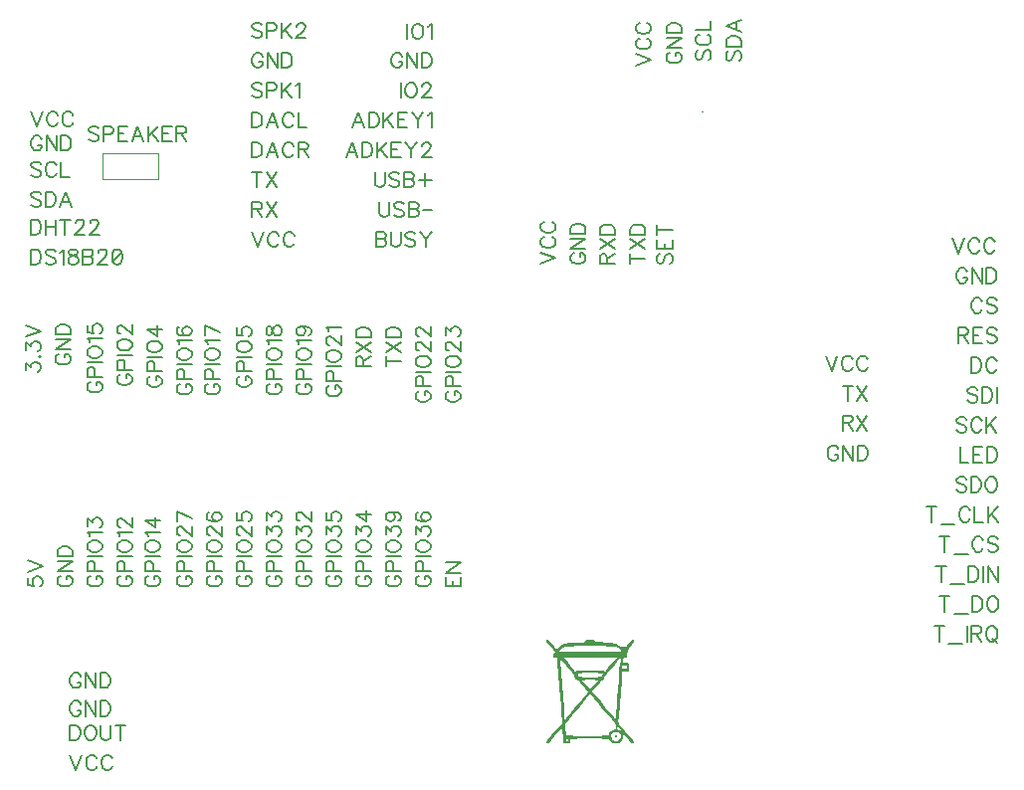
<source format=gbr>
G04 DipTrace 4.2.0.0*
G04 TopSilk.gbr*
%MOMM*%
G04 #@! TF.FileFunction,Legend,Top*
G04 #@! TF.Part,Single*
%ADD10C,0.12*%
%ADD56C,0.19608*%
%FSLAX35Y35*%
G04*
G71*
G90*
G75*
G01*
G04 TopSilk*
%LPD*%
X1571623Y6064247D2*
D10*
X2047873D1*
Y5842000D1*
X1571623D1*
Y6064247D1*
X6667373Y6421873D2*
X6677373D1*
G36*
X5627424Y1576386D2*
X5637898Y1566254D1*
Y1561188D1*
X5664082Y1530792D1*
X5679792Y1510528D1*
X5700739Y1485198D1*
X5690266Y1464934D1*
X5648371Y1414273D1*
X5622187Y1383877D1*
X5559346Y1307886D1*
X5533162Y1277490D1*
X5512214Y1252160D1*
X5506662Y1246658D1*
X5503950Y1247481D1*
X5501741Y1252160D1*
Y1287622D1*
X5496504Y1353481D1*
X5491267Y1424405D1*
X5480794Y1556122D1*
X5475557Y1627047D1*
X5465083Y1758764D1*
X5444136D1*
Y1713169D1*
X5449373Y1647311D1*
X5459846Y1505462D1*
X5465083Y1439603D1*
X5470320Y1363613D1*
X5475557Y1282556D1*
X5480794Y1247094D1*
X5538398D1*
X5564582Y1277490D1*
X5596003Y1312953D1*
X5616951Y1338283D1*
X5632661Y1358547D1*
X5685029Y1419339D1*
X5705976Y1444669D1*
X5716450Y1459868D1*
X5720361Y1463121D1*
X5723009Y1462696D1*
X5725990Y1458507D1*
X5726923Y1454801D1*
X5753108Y1424405D1*
X5768818Y1404141D1*
X5795002Y1373745D1*
X5815949Y1348415D1*
X5842133Y1318019D1*
X5904975Y1242028D1*
X5931159Y1211632D1*
X5936396Y1206566D1*
Y1166038D1*
X5931159Y1160971D1*
X5915449Y1155905D1*
X5894501Y1145773D1*
X5889265Y1140707D1*
X5878791Y1120443D1*
Y1105245D1*
X5756599Y1100179D1*
X5634406D1*
X5512214Y1105245D1*
Y1145773D1*
X5506978Y1150839D1*
Y1211632D1*
X5522688Y1226830D1*
X5538398Y1247094D1*
X5480794D1*
Y1211632D1*
X5465083Y1196434D1*
X5444136Y1171104D1*
X5391768Y1110311D1*
X5376057Y1090047D1*
X5355110Y1064717D1*
X5349873Y1054585D1*
Y1044453D1*
X5355110Y1039387D1*
X5360347D1*
X5386531Y1064717D1*
X5449373Y1140707D1*
X5475557Y1171104D1*
X5479468Y1174357D1*
X5482181Y1174061D1*
X5486030Y1171104D1*
Y1135641D1*
X5491267Y1100179D1*
X5899738D1*
Y1115377D1*
X5915449Y1130575D1*
X5925922Y1135641D1*
X5934650Y1140707D1*
X5943378D1*
X5952106Y1135641D1*
X5962580Y1130575D1*
X5978290Y1115377D1*
Y1084981D1*
X5957343Y1064717D1*
X5945124Y1059651D1*
X5932904D1*
X5920685Y1064717D1*
X5910212Y1069783D1*
X5904001Y1075478D1*
X5904975Y1079915D1*
X5899738Y1100179D1*
X5491267D1*
Y1074849D1*
X5512214D1*
X5519197Y1079915D1*
X5526179D1*
X5533162Y1074849D1*
Y1064717D1*
X5526179Y1059651D1*
X5519197D1*
X5512214Y1064717D1*
Y1074849D1*
X5491267D1*
Y1044453D1*
X5501741Y1039387D1*
X5548872D1*
X5554109Y1044453D1*
Y1074849D1*
X5662336Y1079915D1*
X5770563D1*
X5878791Y1074849D1*
X5889265Y1064717D1*
Y1059651D1*
X5894501Y1054585D1*
X5910212Y1044453D1*
X5925922Y1039387D1*
X5946869D1*
X5962580Y1044453D1*
X5973053Y1049519D1*
X5994001Y1069783D1*
X5999237Y1079915D1*
Y1120443D1*
X6003148Y1123697D1*
X6005862Y1123401D1*
X6009711Y1120443D1*
X6020185Y1105245D1*
X6051606Y1069783D1*
X6072553Y1044453D1*
X6077790Y1039387D1*
X6088263D1*
X6093500Y1044453D1*
Y1054585D1*
X6083026Y1069783D1*
X6056842Y1100179D1*
X6035895Y1125509D1*
X6004474D1*
X5998922Y1120007D1*
X5996215Y1120820D1*
X5991627Y1128171D1*
X5997651Y1129404D1*
X6000590Y1128654D1*
X6004474Y1125509D1*
X6035895D1*
X6014948Y1145773D1*
X5988764D1*
X5983211Y1140271D1*
X5980505Y1141084D1*
X5975916Y1148435D1*
X5981941Y1149668D1*
X5984880Y1148918D1*
X5988764Y1145773D1*
X6014948D1*
Y1150839D1*
X5983527D1*
X5977974Y1145337D1*
X5975268Y1146150D1*
X5970680Y1153501D1*
X5976704Y1154734D1*
X5979643Y1153984D1*
X5983527Y1150839D1*
X6014948D1*
X6009711Y1155905D1*
X5978290D1*
X5971905Y1150619D1*
X5965850Y1151274D1*
X5962580Y1155905D1*
X5952106Y1160971D1*
Y1176170D1*
X5956017Y1179423D1*
X5958731Y1179127D1*
X5962580Y1176170D1*
X5978290Y1155905D1*
X6009711D1*
X5994001Y1176170D1*
X5967817Y1206566D1*
X5957343Y1247094D1*
X5941633D1*
X5936080Y1241592D1*
X5933368Y1242415D1*
X5931159Y1247094D1*
X5920685Y1262292D1*
X5878791Y1312953D1*
X5847370Y1348415D1*
X5826423Y1373745D1*
X5810712Y1394009D1*
X5758344Y1454801D1*
X5737397Y1475066D1*
Y1485198D1*
X5747871Y1495330D1*
X5800239Y1556122D1*
Y1561188D1*
X5815949Y1576386D1*
X5836896Y1581452D1*
X5842133Y1586518D1*
Y1611849D1*
X5863080Y1632113D1*
X5915449Y1692905D1*
X5931159Y1713169D1*
X5952106Y1738499D1*
X5967817Y1758764D1*
X5971727Y1762017D1*
X5974441Y1761721D1*
X5978290Y1758764D1*
Y1733433D1*
X5973053Y1728367D1*
X5967817Y1647311D1*
X5962580Y1571320D1*
X5957343Y1500396D1*
X5952106Y1434537D1*
X5946869Y1363613D1*
X5941633Y1297754D1*
Y1247094D1*
X5957343D1*
X5962580Y1252160D1*
X5973053Y1383877D1*
X5978290Y1454801D1*
X5988764Y1586518D1*
Y1647311D1*
X6041132Y1652377D1*
X6051606Y1662509D1*
Y1677707D1*
X6030658D1*
X6018439Y1672641D1*
X6006220D1*
X5994001Y1677707D1*
Y1697971D1*
X6006220Y1703037D1*
X6018439D1*
X6030658Y1697971D1*
Y1677707D1*
X6051606D1*
Y1708103D1*
X6046369Y1718235D1*
X6030658Y1723301D1*
X5999237Y1728367D1*
Y1763830D1*
X6004474Y1768896D1*
X6025422Y1773962D1*
X6030658Y1779028D1*
X6035895Y1814490D1*
X6041132Y1824622D1*
X6046369Y1849952D1*
X6072553Y1880348D1*
X6093500Y1905679D1*
Y1915811D1*
X6088263Y1920877D1*
X6077790D1*
X6062079Y1905679D1*
X6035895Y1875282D1*
X6034174Y1869136D1*
X6030658Y1865150D1*
X5994001Y1860084D1*
X5988448Y1854582D1*
X5985736Y1855405D1*
X5983527Y1860084D1*
X5967817Y1875282D1*
X5936396Y1890480D1*
X5899738Y1895546D1*
X5768818Y1905679D1*
X5762608Y1911374D1*
X5763581Y1915811D1*
X5753108Y1920877D1*
X5685029D1*
X5674555Y1910745D1*
X5672834Y1904598D1*
X5669319Y1900613D1*
X5543635Y1895546D1*
X5506978Y1890480D1*
X5491267Y1885414D1*
X5480794Y1880348D1*
X5444136Y1844886D1*
X5442806Y1838909D1*
X5438593Y1834287D1*
X5435881Y1835140D1*
X5433662Y1839820D1*
X5417952Y1860084D1*
X5397005Y1885414D1*
X5370821Y1915811D1*
X5365584Y1920877D1*
X5349873D1*
Y1905679D1*
X5360347Y1890480D1*
X5402241Y1839820D1*
X5407478Y1834754D1*
X5465083D1*
Y1839820D1*
X5475557Y1849952D1*
X5506978Y1865150D1*
X5648371Y1870216D1*
X5789765D1*
X5931159Y1865150D1*
X5946869Y1860084D1*
X5957343Y1855018D1*
X5978290Y1834754D1*
Y1829688D1*
X5983527Y1824622D1*
X5808967Y1819556D1*
X5634406D1*
X5459846Y1824622D1*
X5460864Y1828213D1*
X5465083Y1834754D1*
X5407478D1*
X5423189Y1819556D1*
X5412715Y1809424D1*
X5407478Y1794226D1*
Y1779028D1*
X5412715Y1773962D1*
X5438899Y1768896D1*
X5496504D1*
X5646626Y1773962D1*
X5796747D1*
X5946869Y1768896D1*
Y1763830D1*
X5925922Y1743565D1*
X5873554Y1682773D1*
X5857844Y1662509D1*
X5855203Y1657430D1*
X5852163Y1652139D1*
X5847047Y1646862D1*
X5844363Y1647685D1*
X5840990Y1653265D1*
X5842133Y1657443D1*
X5836896Y1662509D1*
X5601240D1*
X5590451Y1651941D1*
X5587739Y1652763D1*
X5585530Y1657443D1*
X5580293Y1667575D1*
X5554109Y1697971D1*
X5512214Y1748631D1*
X5496504Y1768896D1*
X5438899D1*
X5444136Y1758764D1*
X5465083D1*
X5468994Y1762017D1*
X5471643Y1761592D1*
X5474623Y1757403D1*
X5475557Y1753698D1*
X5517451Y1703037D1*
X5569819Y1642245D1*
X5575056Y1637179D1*
X5616951D1*
X5686774Y1642245D1*
X5756599D1*
X5826423Y1637179D1*
Y1627047D1*
X5821186Y1621981D1*
Y1616915D1*
X5810712Y1606783D1*
X5749616Y1601716D1*
X5688520D1*
X5627424Y1606783D1*
X5621214Y1612478D1*
X5622187Y1616915D1*
X5616951Y1637179D1*
X5575056D1*
X5585530Y1621981D1*
X5596003Y1586518D1*
X5601240Y1581452D1*
X5627424Y1576386D1*
X5653608D1*
X5697248Y1581452D1*
X5740888D1*
X5784528Y1576386D1*
Y1571320D1*
X5768818Y1556122D1*
X5737397Y1520660D1*
X5726923Y1505462D1*
X5721371Y1499960D1*
X5718659Y1500782D1*
X5716450Y1505462D1*
X5695503Y1530792D1*
X5669319Y1561188D1*
X5653608Y1576386D1*
X5627424D1*
G37*
G36*
X5931159Y1110311D2*
X5929438Y1104165D1*
X5925922Y1100179D1*
X5936396Y1090047D1*
X5941633D1*
X5946869Y1095113D1*
Y1105245D1*
X5941633Y1110311D1*
X5931159D1*
G37*
X962304Y6418048D2*
D56*
X1010877Y6290439D1*
X1059450Y6418048D1*
X1189775Y6387725D2*
X1183739Y6399798D1*
X1171525Y6412012D1*
X1159452Y6418048D1*
X1135166D1*
X1122952Y6412012D1*
X1110879Y6399798D1*
X1104702Y6387725D1*
X1098666Y6369475D1*
Y6339012D1*
X1104702Y6320902D1*
X1110879Y6308689D1*
X1122952Y6296616D1*
X1135166Y6290439D1*
X1159452D1*
X1171525Y6296616D1*
X1183739Y6308689D1*
X1189775Y6320902D1*
X1320101Y6387725D2*
X1314064Y6399798D1*
X1301851Y6412012D1*
X1289778Y6418048D1*
X1265491D1*
X1253278Y6412012D1*
X1241205Y6399798D1*
X1235028Y6387725D1*
X1228991Y6369475D1*
Y6339012D1*
X1235028Y6320902D1*
X1241205Y6308689D1*
X1253278Y6296616D1*
X1265491Y6290439D1*
X1289778D1*
X1301851Y6296616D1*
X1314064Y6308689D1*
X1320101Y6320902D1*
X1053414Y6181349D2*
X1047377Y6193422D1*
X1035164Y6205635D1*
X1023090Y6211672D1*
X998804D1*
X986590Y6205635D1*
X974517Y6193422D1*
X968340Y6181349D1*
X962304Y6163099D1*
Y6132635D1*
X968340Y6114525D1*
X974517Y6102312D1*
X986590Y6090239D1*
X998804Y6084062D1*
X1023090D1*
X1035164Y6090239D1*
X1047377Y6102312D1*
X1053414Y6114525D1*
Y6132635D1*
X1023090D1*
X1177702Y6211672D2*
Y6084062D1*
X1092629Y6211672D1*
Y6084062D1*
X1216918Y6211672D2*
Y6084062D1*
X1259455D1*
X1277705Y6090239D1*
X1289918Y6102312D1*
X1295955Y6114525D1*
X1301991Y6132635D1*
Y6163099D1*
X1295955Y6181349D1*
X1289918Y6193422D1*
X1277705Y6205635D1*
X1259455Y6211672D1*
X1216918D1*
X1047377Y5971175D2*
X1035304Y5983388D1*
X1017054Y5989425D1*
X992767D1*
X974517Y5983388D1*
X962304Y5971175D1*
Y5959102D1*
X968481Y5946888D1*
X974517Y5940852D1*
X986590Y5934815D1*
X1023090Y5922602D1*
X1035304Y5916565D1*
X1041340Y5910388D1*
X1047377Y5898315D1*
Y5880065D1*
X1035304Y5867992D1*
X1017054Y5861815D1*
X992767D1*
X974517Y5867992D1*
X962304Y5880065D1*
X1177702Y5959102D2*
X1171666Y5971175D1*
X1159452Y5983388D1*
X1147379Y5989425D1*
X1123093D1*
X1110879Y5983388D1*
X1098806Y5971175D1*
X1092629Y5959102D1*
X1086593Y5940852D1*
Y5910388D1*
X1092629Y5892279D1*
X1098806Y5880065D1*
X1110879Y5867992D1*
X1123093Y5861815D1*
X1147379D1*
X1159452Y5867992D1*
X1171666Y5880065D1*
X1177702Y5892279D1*
X1216918Y5989425D2*
Y5861815D1*
X1289778D1*
X1047374Y5717172D2*
X1035301Y5729385D1*
X1017051Y5735422D1*
X992764D1*
X974514Y5729385D1*
X962301Y5717172D1*
Y5705099D1*
X968478Y5692885D1*
X974514Y5686849D1*
X986587Y5680812D1*
X1023087Y5668599D1*
X1035301Y5662562D1*
X1041337Y5656385D1*
X1047374Y5644312D1*
Y5626062D1*
X1035301Y5613989D1*
X1017051Y5607812D1*
X992764D1*
X974514Y5613989D1*
X962301Y5626062D1*
X1086589Y5735422D2*
Y5607812D1*
X1129126D1*
X1147376Y5613989D1*
X1159589Y5626062D1*
X1165626Y5638275D1*
X1171662Y5656385D1*
Y5686849D1*
X1165626Y5705099D1*
X1159589Y5717172D1*
X1147376Y5729385D1*
X1129126Y5735422D1*
X1086589D1*
X1308165Y5607812D2*
X1259451Y5735422D1*
X1210878Y5607812D1*
X1229128Y5650349D2*
X1289915D1*
X962304Y5497298D2*
Y5369689D1*
X1004840D1*
X1023090Y5375866D1*
X1035304Y5387939D1*
X1041340Y5400152D1*
X1047377Y5418262D1*
Y5448725D1*
X1041340Y5466975D1*
X1035304Y5479048D1*
X1023090Y5491262D1*
X1004840Y5497298D1*
X962304D1*
X1086593D2*
Y5369689D1*
X1171666Y5497298D2*
Y5369689D1*
X1086593Y5436512D2*
X1171666D1*
X1253418Y5497298D2*
Y5369689D1*
X1210881Y5497298D2*
X1295955D1*
X1341347Y5466835D2*
Y5472871D1*
X1347384Y5485085D1*
X1353420Y5491121D1*
X1365634Y5497158D1*
X1389920D1*
X1401993Y5491121D1*
X1408030Y5485085D1*
X1414207Y5472871D1*
Y5460798D1*
X1408030Y5448585D1*
X1395957Y5430475D1*
X1335170Y5369689D1*
X1420243D1*
X1465636Y5466835D2*
Y5472871D1*
X1471672Y5485085D1*
X1477709Y5491121D1*
X1489922Y5497158D1*
X1514209D1*
X1526282Y5491121D1*
X1532319Y5485085D1*
X1538496Y5472871D1*
Y5460798D1*
X1532319Y5448585D1*
X1520246Y5430475D1*
X1459459Y5369689D1*
X1544532D1*
X962301Y5243298D2*
Y5115689D1*
X1004837D1*
X1023087Y5121866D1*
X1035301Y5133939D1*
X1041337Y5146152D1*
X1047374Y5164262D1*
Y5194725D1*
X1041337Y5212975D1*
X1035301Y5225048D1*
X1023087Y5237262D1*
X1004837Y5243298D1*
X962301D1*
X1171662Y5225048D2*
X1159589Y5237262D1*
X1141339Y5243298D1*
X1117053D1*
X1098803Y5237262D1*
X1086589Y5225048D1*
Y5212975D1*
X1092766Y5200762D1*
X1098803Y5194725D1*
X1110876Y5188689D1*
X1147376Y5176475D1*
X1159589Y5170439D1*
X1165626Y5164262D1*
X1171662Y5152189D1*
Y5133939D1*
X1159589Y5121866D1*
X1141339Y5115689D1*
X1117053D1*
X1098803Y5121866D1*
X1086589Y5133939D1*
X1210878Y5218871D2*
X1223092Y5225048D1*
X1241342Y5243158D1*
Y5115689D1*
X1310880Y5243158D2*
X1292771Y5237121D1*
X1286594Y5225048D1*
Y5212835D1*
X1292771Y5200762D1*
X1304844Y5194585D1*
X1329130Y5188548D1*
X1347380Y5182512D1*
X1359453Y5170298D1*
X1365490Y5158225D1*
Y5139975D1*
X1359453Y5127902D1*
X1353417Y5121725D1*
X1335167Y5115689D1*
X1310880D1*
X1292771Y5121725D1*
X1286594Y5127902D1*
X1280557Y5139975D1*
Y5158225D1*
X1286594Y5170298D1*
X1298807Y5182512D1*
X1316917Y5188548D1*
X1341203Y5194585D1*
X1353417Y5200762D1*
X1359453Y5212835D1*
Y5225048D1*
X1353417Y5237121D1*
X1335167Y5243158D1*
X1310880D1*
X1404706Y5243298D2*
Y5115689D1*
X1459456D1*
X1477706Y5121866D1*
X1483742Y5127902D1*
X1489779Y5139975D1*
Y5158225D1*
X1483742Y5170439D1*
X1477706Y5176475D1*
X1459456Y5182512D1*
X1477706Y5188689D1*
X1483742Y5194725D1*
X1489779Y5206798D1*
Y5219012D1*
X1483742Y5231085D1*
X1477706Y5237262D1*
X1459456Y5243298D1*
X1404706D1*
Y5182512D2*
X1459456D1*
X1535171Y5212835D2*
Y5218871D1*
X1541208Y5231085D1*
X1547244Y5237121D1*
X1559458Y5243158D1*
X1583744D1*
X1595817Y5237121D1*
X1601854Y5231085D1*
X1608031Y5218871D1*
Y5206798D1*
X1601854Y5194585D1*
X1589781Y5176475D1*
X1528994Y5115689D1*
X1614067D1*
X1689783Y5243158D2*
X1671533Y5237121D1*
X1659320Y5218871D1*
X1653283Y5188548D1*
Y5170298D1*
X1659320Y5139975D1*
X1671533Y5121725D1*
X1689783Y5115689D1*
X1701856D1*
X1720106Y5121725D1*
X1732179Y5139975D1*
X1738356Y5170298D1*
Y5188548D1*
X1732179Y5218871D1*
X1720106Y5237121D1*
X1701856Y5243158D1*
X1689783D1*
X1732179Y5218871D2*
X1659320Y5139975D1*
X6108422Y6811557D2*
X6236031Y6860130D1*
X6108422Y6908703D1*
X6138745Y7039029D2*
X6126672Y7032992D1*
X6114458Y7020779D1*
X6108422Y7008706D1*
Y6984419D1*
X6114458Y6972206D1*
X6126672Y6960133D1*
X6138745Y6953956D1*
X6156995Y6947919D1*
X6187458D1*
X6205568Y6953956D1*
X6217781Y6960133D1*
X6229854Y6972206D1*
X6236031Y6984419D1*
Y7008706D1*
X6229854Y7020779D1*
X6217781Y7032992D1*
X6205568Y7039029D1*
X6138745Y7169354D2*
X6126672Y7163317D1*
X6114458Y7151104D1*
X6108422Y7139031D1*
Y7114744D1*
X6114458Y7102531D1*
X6126672Y7090458D1*
X6138745Y7084281D1*
X6156995Y7078244D1*
X6187458D1*
X6205568Y7084281D1*
X6217781Y7090458D1*
X6229854Y7102531D1*
X6236031Y7114744D1*
Y7139031D1*
X6229854Y7151104D1*
X6217781Y7163317D1*
X6205568Y7169354D1*
X6399128Y6920777D2*
X6387055Y6914740D1*
X6374842Y6902527D1*
X6368805Y6890454D1*
Y6866167D1*
X6374842Y6853954D1*
X6387055Y6841881D1*
X6399128Y6835704D1*
X6417378Y6829667D1*
X6447842D1*
X6465951Y6835704D1*
X6478165Y6841881D1*
X6490238Y6853954D1*
X6496415Y6866167D1*
Y6890454D1*
X6490238Y6902527D1*
X6478165Y6914740D1*
X6465951Y6920777D1*
X6447842D1*
Y6890454D1*
X6368805Y7045066D2*
X6496415D1*
X6368805Y6959993D1*
X6496415D1*
X6368805Y7084281D2*
X6496415D1*
Y7126818D1*
X6490238Y7145068D1*
X6478165Y7157281D1*
X6465951Y7163318D1*
X6447842Y7169354D1*
X6417378D1*
X6399128Y7163318D1*
X6387055Y7157281D1*
X6374842Y7145068D1*
X6368805Y7126818D1*
Y7084281D1*
X6637782Y6942250D2*
X6625568Y6930177D1*
X6619532Y6911927D1*
Y6887641D1*
X6625568Y6869391D1*
X6637782Y6857177D1*
X6649855D1*
X6662068Y6863354D1*
X6668105Y6869391D1*
X6674141Y6881464D1*
X6686355Y6917964D1*
X6692391Y6930177D1*
X6698568Y6936214D1*
X6710641Y6942250D1*
X6728891D1*
X6740964Y6930177D1*
X6747141Y6911927D1*
Y6887641D1*
X6740964Y6869391D1*
X6728891Y6857177D1*
X6649855Y7072576D2*
X6637782Y7066539D1*
X6625568Y7054326D1*
X6619532Y7042253D1*
Y7017966D1*
X6625568Y7005753D1*
X6637782Y6993679D1*
X6649855Y6987503D1*
X6668105Y6981466D1*
X6698568D1*
X6716678Y6987503D1*
X6728891Y6993679D1*
X6740964Y7005753D1*
X6747141Y7017966D1*
Y7042253D1*
X6740964Y7054326D1*
X6728891Y7066539D1*
X6716678Y7072576D1*
X6619532Y7111791D2*
X6747141D1*
Y7184651D1*
X6895055Y6933057D2*
X6882842Y6920984D1*
X6876805Y6902734D1*
Y6878447D1*
X6882842Y6860197D1*
X6895055Y6847984D1*
X6907128D1*
X6919342Y6854161D1*
X6925378Y6860197D1*
X6931415Y6872270D1*
X6943628Y6908770D1*
X6949665Y6920984D1*
X6955842Y6927020D1*
X6967915Y6933057D1*
X6986165D1*
X6998238Y6920984D1*
X7004415Y6902734D1*
Y6878447D1*
X6998238Y6860197D1*
X6986165Y6847984D1*
X6876805Y6972273D2*
X7004415D1*
Y7014809D1*
X6998238Y7033059D1*
X6986165Y7045273D1*
X6973951Y7051309D1*
X6955842Y7057346D1*
X6925378D1*
X6907128Y7051309D1*
X6895055Y7045273D1*
X6882842Y7033059D1*
X6876805Y7014809D1*
Y6972273D1*
X7004415Y7193848D2*
X6876805Y7145135D1*
X7004415Y7096561D1*
X6961878Y7114811D2*
Y7175598D1*
X1295677Y941175D2*
X1344250Y813565D1*
X1392823Y941175D1*
X1523149Y910852D2*
X1517112Y922925D1*
X1504899Y935138D1*
X1492826Y941175D1*
X1468539D1*
X1456326Y935138D1*
X1444253Y922925D1*
X1438076Y910852D1*
X1432039Y892602D1*
Y862138D1*
X1438076Y844029D1*
X1444253Y831815D1*
X1456326Y819742D1*
X1468539Y813565D1*
X1492826D1*
X1504899Y819742D1*
X1517112Y831815D1*
X1523149Y844029D1*
X1653474Y910852D2*
X1647437Y922925D1*
X1635224Y935138D1*
X1623151Y941175D1*
X1598864D1*
X1586651Y935138D1*
X1574578Y922925D1*
X1568401Y910852D1*
X1562364Y892602D1*
Y862138D1*
X1568401Y844029D1*
X1574578Y831815D1*
X1586651Y819742D1*
X1598864Y813565D1*
X1623151D1*
X1635224Y819742D1*
X1647437Y831815D1*
X1653474Y844029D1*
X1386787Y1609352D2*
X1380750Y1621425D1*
X1368537Y1633638D1*
X1356464Y1639675D1*
X1332177D1*
X1319964Y1633638D1*
X1307891Y1621425D1*
X1301714Y1609352D1*
X1295677Y1591102D1*
Y1560638D1*
X1301714Y1542529D1*
X1307891Y1530315D1*
X1319964Y1518242D1*
X1332177Y1512065D1*
X1356464D1*
X1368537Y1518242D1*
X1380750Y1530315D1*
X1386787Y1542529D1*
Y1560638D1*
X1356464D1*
X1511076Y1639675D2*
Y1512065D1*
X1426003Y1639675D1*
Y1512065D1*
X1550291Y1639675D2*
Y1512065D1*
X1592828D1*
X1611078Y1518242D1*
X1623291Y1530315D1*
X1629328Y1542529D1*
X1635364Y1560638D1*
Y1591102D1*
X1629328Y1609352D1*
X1623291Y1621425D1*
X1611078Y1633638D1*
X1592828Y1639675D1*
X1550291D1*
X1386787Y1371222D2*
X1380750Y1383295D1*
X1368537Y1395508D1*
X1356464Y1401545D1*
X1332177D1*
X1319964Y1395508D1*
X1307891Y1383295D1*
X1301714Y1371222D1*
X1295677Y1352972D1*
Y1322508D1*
X1301714Y1304399D1*
X1307891Y1292185D1*
X1319964Y1280112D1*
X1332177Y1273935D1*
X1356464D1*
X1368537Y1280112D1*
X1380750Y1292185D1*
X1386787Y1304399D1*
Y1322508D1*
X1356464D1*
X1511076Y1401545D2*
Y1273935D1*
X1426003Y1401545D1*
Y1273935D1*
X1550291Y1401545D2*
Y1273935D1*
X1592828D1*
X1611078Y1280112D1*
X1623291Y1292185D1*
X1629328Y1304399D1*
X1635364Y1322508D1*
Y1352972D1*
X1629328Y1371222D1*
X1623291Y1383295D1*
X1611078Y1395508D1*
X1592828Y1401545D1*
X1550291D1*
X1295677Y1195172D2*
Y1067562D1*
X1338214D1*
X1356464Y1073739D1*
X1368677Y1085812D1*
X1374714Y1098025D1*
X1380750Y1116135D1*
Y1146599D1*
X1374714Y1164849D1*
X1368677Y1176922D1*
X1356464Y1189135D1*
X1338214Y1195172D1*
X1295677D1*
X1456466D2*
X1444253Y1189135D1*
X1432179Y1176922D1*
X1426003Y1164849D1*
X1419966Y1146599D1*
Y1116135D1*
X1426003Y1098025D1*
X1432179Y1085812D1*
X1444253Y1073739D1*
X1456466Y1067562D1*
X1480753D1*
X1492826Y1073739D1*
X1505039Y1085812D1*
X1511076Y1098025D1*
X1517112Y1116135D1*
Y1146599D1*
X1511076Y1164849D1*
X1505039Y1176922D1*
X1492826Y1189135D1*
X1480753Y1195172D1*
X1456466D1*
X1556328D2*
Y1104062D1*
X1562364Y1085812D1*
X1574578Y1073739D1*
X1592828Y1067562D1*
X1604901D1*
X1623151Y1073739D1*
X1635364Y1085812D1*
X1641401Y1104062D1*
Y1195172D1*
X1723153D2*
Y1067562D1*
X1680617Y1195172D2*
X1765690D1*
X7725051Y4338422D2*
X7773624Y4210812D1*
X7822197Y4338422D1*
X7952522Y4308099D2*
X7946486Y4320172D1*
X7934272Y4332385D1*
X7922199Y4338422D1*
X7897912D1*
X7885699Y4332385D1*
X7873626Y4320172D1*
X7867449Y4308099D1*
X7861412Y4289849D1*
Y4259385D1*
X7867449Y4241275D1*
X7873626Y4229062D1*
X7885699Y4216989D1*
X7897912Y4210812D1*
X7922199D1*
X7934272Y4216989D1*
X7946486Y4229062D1*
X7952522Y4241275D1*
X8082847Y4308099D2*
X8076811Y4320172D1*
X8064597Y4332385D1*
X8052524Y4338422D1*
X8028238D1*
X8016024Y4332385D1*
X8003951Y4320172D1*
X7997774Y4308099D1*
X7991738Y4289849D1*
Y4259385D1*
X7997774Y4241275D1*
X8003951Y4229062D1*
X8016024Y4216989D1*
X8028238Y4210812D1*
X8052524D1*
X8064597Y4216989D1*
X8076811Y4229062D1*
X8082847Y4241275D1*
X7910464Y4084425D2*
Y3956815D1*
X7867927Y4084425D2*
X7953000D1*
X7992216D2*
X8077289Y3956815D1*
Y4084425D2*
X7992216Y3956815D1*
X7867927Y3769638D2*
X7922537D1*
X7940787Y3775815D1*
X7946964Y3781852D1*
X7953000Y3793925D1*
Y3806138D1*
X7946964Y3818211D1*
X7940787Y3824388D1*
X7922537Y3830425D1*
X7867927D1*
Y3702815D1*
X7910464Y3769638D2*
X7953000Y3702815D1*
X7992216Y3830425D2*
X8077289Y3702815D1*
Y3830425D2*
X7992216Y3702815D1*
X7832037Y3546099D2*
X7826000Y3558172D1*
X7813787Y3570385D1*
X7801714Y3576422D1*
X7777427D1*
X7765214Y3570385D1*
X7753141Y3558172D1*
X7746964Y3546099D1*
X7740927Y3527849D1*
Y3497385D1*
X7746964Y3479275D1*
X7753141Y3467062D1*
X7765214Y3454989D1*
X7777427Y3448812D1*
X7801714D1*
X7813787Y3454989D1*
X7826000Y3467062D1*
X7832037Y3479275D1*
Y3497385D1*
X7801714D1*
X7956326Y3576422D2*
Y3448812D1*
X7871253Y3576422D1*
Y3448812D1*
X7995541Y3576422D2*
Y3448812D1*
X8038078D1*
X8056328Y3454989D1*
X8068541Y3467062D1*
X8074578Y3479275D1*
X8080614Y3497385D1*
Y3527849D1*
X8074578Y3546099D1*
X8068541Y3558172D1*
X8056328Y3570385D1*
X8038078Y3576422D1*
X7995541D1*
X8804551Y5338548D2*
X8853124Y5210939D1*
X8901697Y5338548D1*
X9032022Y5308225D2*
X9025986Y5320298D1*
X9013772Y5332512D1*
X9001699Y5338548D1*
X8977412D1*
X8965199Y5332512D1*
X8953126Y5320298D1*
X8946949Y5308225D1*
X8940912Y5289975D1*
Y5259512D1*
X8946949Y5241402D1*
X8953126Y5229189D1*
X8965199Y5217116D1*
X8977412Y5210939D1*
X9001699D1*
X9013772Y5217116D1*
X9025986Y5229189D1*
X9032022Y5241402D1*
X9162347Y5308225D2*
X9156311Y5320298D1*
X9144097Y5332512D1*
X9132024Y5338548D1*
X9107738D1*
X9095524Y5332512D1*
X9083451Y5320298D1*
X9077274Y5308225D1*
X9071238Y5289975D1*
Y5259512D1*
X9077274Y5241402D1*
X9083451Y5229189D1*
X9095524Y5217116D1*
X9107738Y5210939D1*
X9132024D1*
X9144097Y5217116D1*
X9156311Y5229189D1*
X9162347Y5241402D1*
X8927414Y5054225D2*
X8921377Y5066298D1*
X8909164Y5078512D1*
X8897090Y5084548D1*
X8872804D1*
X8860590Y5078512D1*
X8848517Y5066298D1*
X8842340Y5054225D1*
X8836304Y5035975D1*
Y5005512D1*
X8842340Y4987402D1*
X8848517Y4975189D1*
X8860590Y4963116D1*
X8872804Y4956939D1*
X8897090D1*
X8909164Y4963116D1*
X8921377Y4975189D1*
X8927414Y4987402D1*
Y5005512D1*
X8897090D1*
X9051702Y5084548D2*
Y4956939D1*
X8966629Y5084548D1*
Y4956939D1*
X9090918Y5084548D2*
Y4956939D1*
X9133455D1*
X9151705Y4963116D1*
X9163918Y4975189D1*
X9169955Y4987402D1*
X9175991Y5005512D1*
Y5035975D1*
X9169955Y5054225D1*
X9163918Y5066298D1*
X9151705Y5078512D1*
X9133455Y5084548D1*
X9090918D1*
X9054414Y4800225D2*
X9048377Y4812298D1*
X9036164Y4824512D1*
X9024090Y4830548D1*
X8999804D1*
X8987590Y4824512D1*
X8975517Y4812298D1*
X8969340Y4800225D1*
X8963304Y4781975D1*
Y4751512D1*
X8969340Y4733402D1*
X8975517Y4721189D1*
X8987590Y4709116D1*
X8999804Y4702939D1*
X9024090D1*
X9036164Y4709116D1*
X9048377Y4721189D1*
X9054414Y4733402D1*
X9178702Y4812298D2*
X9166629Y4824512D1*
X9148379Y4830548D1*
X9124093D1*
X9105843Y4824512D1*
X9093629Y4812298D1*
Y4800225D1*
X9099806Y4788012D1*
X9105843Y4781975D1*
X9117916Y4775939D1*
X9154416Y4763725D1*
X9166629Y4757689D1*
X9172666Y4751512D1*
X9178702Y4739439D1*
Y4721189D1*
X9166629Y4709116D1*
X9148379Y4702939D1*
X9124093D1*
X9105843Y4709116D1*
X9093629Y4721189D1*
X8852177Y4515762D2*
X8906787D1*
X8925037Y4521939D1*
X8931214Y4527975D1*
X8937250Y4540048D1*
Y4552262D1*
X8931214Y4564335D1*
X8925037Y4570512D1*
X8906787Y4576548D1*
X8852177D1*
Y4448939D1*
X8894714Y4515762D2*
X8937250Y4448939D1*
X9055362Y4576548D2*
X8976466D1*
Y4448939D1*
X9055362D1*
X8976466Y4515762D2*
X9025039D1*
X9179651Y4558298D2*
X9167578Y4570512D1*
X9149328Y4576548D1*
X9125041D1*
X9106791Y4570512D1*
X9094578Y4558298D1*
Y4546225D1*
X9100755Y4534012D1*
X9106791Y4527975D1*
X9118864Y4521939D1*
X9155364Y4509725D1*
X9167578Y4503689D1*
X9173614Y4497512D1*
X9179651Y4485439D1*
Y4467189D1*
X9167578Y4455116D1*
X9149328Y4448939D1*
X9125041D1*
X9106791Y4455116D1*
X9094578Y4467189D1*
X8963304Y4322548D2*
Y4194939D1*
X9005840D1*
X9024090Y4201116D1*
X9036304Y4213189D1*
X9042340Y4225402D1*
X9048377Y4243512D1*
Y4273975D1*
X9042340Y4292225D1*
X9036304Y4304298D1*
X9024090Y4316512D1*
X9005840Y4322548D1*
X8963304D1*
X9178702Y4292225D2*
X9172666Y4304298D1*
X9160452Y4316512D1*
X9148379Y4322548D1*
X9124093D1*
X9111879Y4316512D1*
X9099806Y4304298D1*
X9093629Y4292225D1*
X9087593Y4273975D1*
Y4243512D1*
X9093629Y4225402D1*
X9099806Y4213189D1*
X9111879Y4201116D1*
X9124093Y4194939D1*
X9148379D1*
X9160452Y4201116D1*
X9172666Y4213189D1*
X9178702Y4225402D1*
X9016624Y4050298D2*
X9004551Y4062512D1*
X8986301Y4068548D1*
X8962014D1*
X8943764Y4062512D1*
X8931551Y4050298D1*
Y4038225D1*
X8937728Y4026012D1*
X8943764Y4019975D1*
X8955837Y4013939D1*
X8992337Y4001725D1*
X9004551Y3995689D1*
X9010587Y3989512D1*
X9016624Y3977439D1*
Y3959189D1*
X9004551Y3947116D1*
X8986301Y3940939D1*
X8962014D1*
X8943764Y3947116D1*
X8931551Y3959189D1*
X9055839Y4068548D2*
Y3940939D1*
X9098376D1*
X9116626Y3947116D1*
X9128839Y3959189D1*
X9134876Y3971402D1*
X9140912Y3989512D1*
Y4019975D1*
X9134876Y4038225D1*
X9128839Y4050298D1*
X9116626Y4062512D1*
X9098376Y4068548D1*
X9055839D1*
X9180128D2*
Y3940939D1*
X8921377Y3796298D2*
X8909304Y3808512D1*
X8891054Y3814548D1*
X8866767D1*
X8848517Y3808512D1*
X8836304Y3796298D1*
Y3784225D1*
X8842481Y3772012D1*
X8848517Y3765975D1*
X8860590Y3759939D1*
X8897090Y3747725D1*
X8909304Y3741689D1*
X8915340Y3735512D1*
X8921377Y3723439D1*
Y3705189D1*
X8909304Y3693116D1*
X8891054Y3686939D1*
X8866767D1*
X8848517Y3693116D1*
X8836304Y3705189D1*
X9051702Y3784225D2*
X9045666Y3796298D1*
X9033452Y3808512D1*
X9021379Y3814548D1*
X8997093D1*
X8984879Y3808512D1*
X8972806Y3796298D1*
X8966629Y3784225D1*
X8960593Y3765975D1*
Y3735512D1*
X8966629Y3717402D1*
X8972806Y3705189D1*
X8984879Y3693116D1*
X8997093Y3686939D1*
X9021379D1*
X9033452Y3693116D1*
X9045666Y3705189D1*
X9051702Y3717402D1*
X9090918Y3814548D2*
Y3686939D1*
X9175991Y3814548D2*
X9090918Y3729475D1*
X9121241Y3759939D2*
X9175991Y3686939D1*
X8868051Y3560548D2*
Y3432939D1*
X8940910D1*
X9059022Y3560548D2*
X8980126D1*
Y3432939D1*
X9059022D1*
X8980126Y3499762D2*
X9028699D1*
X9098238Y3560548D2*
Y3432939D1*
X9140774D1*
X9159024Y3439116D1*
X9171238Y3451189D1*
X9177274Y3463402D1*
X9183311Y3481512D1*
Y3511975D1*
X9177274Y3530225D1*
X9171238Y3542298D1*
X9159024Y3554512D1*
X9140774Y3560548D1*
X9098238D1*
X8921377Y3288298D2*
X8909304Y3300512D1*
X8891054Y3306548D1*
X8866767D1*
X8848517Y3300512D1*
X8836304Y3288298D1*
Y3276225D1*
X8842481Y3264012D1*
X8848517Y3257975D1*
X8860590Y3251939D1*
X8897090Y3239725D1*
X8909304Y3233689D1*
X8915340Y3227512D1*
X8921377Y3215439D1*
Y3197189D1*
X8909304Y3185116D1*
X8891054Y3178939D1*
X8866767D1*
X8848517Y3185116D1*
X8836304Y3197189D1*
X8960593Y3306548D2*
Y3178939D1*
X9003129D1*
X9021379Y3185116D1*
X9033593Y3197189D1*
X9039629Y3209402D1*
X9045666Y3227512D1*
Y3257975D1*
X9039629Y3276225D1*
X9033593Y3288298D1*
X9021379Y3300512D1*
X9003129Y3306548D1*
X8960593D1*
X9121381D2*
X9109168Y3300512D1*
X9097095Y3288298D1*
X9090918Y3276225D1*
X9084881Y3257975D1*
Y3227512D1*
X9090918Y3209402D1*
X9097095Y3197189D1*
X9109168Y3185116D1*
X9121381Y3178939D1*
X9145668D1*
X9157741Y3185116D1*
X9169955Y3197189D1*
X9175991Y3209402D1*
X9182028Y3227512D1*
Y3257975D1*
X9175991Y3276225D1*
X9169955Y3288298D1*
X9157741Y3300512D1*
X9145668Y3306548D1*
X9121381D1*
X8624837Y3052548D2*
Y2924939D1*
X8582301Y3052548D2*
X8667374D1*
X8706589Y2903881D2*
X8821986D1*
X8952311Y3022225D2*
X8946274Y3034298D1*
X8934061Y3046512D1*
X8921988Y3052548D1*
X8897701D1*
X8885488Y3046512D1*
X8873415Y3034298D1*
X8867238Y3022225D1*
X8861201Y3003975D1*
Y2973512D1*
X8867238Y2955402D1*
X8873415Y2943189D1*
X8885488Y2931116D1*
X8897701Y2924939D1*
X8921988D1*
X8934061Y2931116D1*
X8946274Y2943189D1*
X8952311Y2955402D1*
X8991526Y3052548D2*
Y2924939D1*
X9064386D1*
X9103602Y3052548D2*
Y2924939D1*
X9188675Y3052548D2*
X9103602Y2967475D1*
X9133925Y2997939D2*
X9188675Y2924939D1*
X8735964Y2798548D2*
Y2670939D1*
X8693427Y2798548D2*
X8778500D1*
X8817716Y2649881D2*
X8933112D1*
X9063437Y2768225D2*
X9057401Y2780298D1*
X9045187Y2792512D1*
X9033114Y2798548D1*
X9008828D1*
X8996614Y2792512D1*
X8984541Y2780298D1*
X8978364Y2768225D1*
X8972328Y2749975D1*
Y2719512D1*
X8978364Y2701402D1*
X8984541Y2689189D1*
X8996614Y2677116D1*
X9008828Y2670939D1*
X9033114D1*
X9045187Y2677116D1*
X9057401Y2689189D1*
X9063437Y2701402D1*
X9187726Y2780298D2*
X9175653Y2792512D1*
X9157403Y2798548D1*
X9133117D1*
X9114867Y2792512D1*
X9102653Y2780298D1*
Y2768225D1*
X9108830Y2756012D1*
X9114867Y2749975D1*
X9126940Y2743939D1*
X9163440Y2731725D1*
X9175653Y2725689D1*
X9181690Y2719512D1*
X9187726Y2707439D1*
Y2689189D1*
X9175653Y2677116D1*
X9157403Y2670939D1*
X9133117D1*
X9114867Y2677116D1*
X9102653Y2689189D1*
X8704214Y2544548D2*
Y2416939D1*
X8661677Y2544548D2*
X8746750D1*
X8785966Y2395881D2*
X8901362D1*
X8940578Y2544548D2*
Y2416939D1*
X8983114D1*
X9001364Y2423116D1*
X9013578Y2435189D1*
X9019614Y2447402D1*
X9025651Y2465512D1*
Y2495975D1*
X9019614Y2514225D1*
X9013578Y2526298D1*
X9001364Y2538512D1*
X8983114Y2544548D1*
X8940578D1*
X9064867D2*
Y2416939D1*
X9189155Y2544548D2*
Y2416939D1*
X9104082Y2544548D1*
Y2416939D1*
X8735964Y2290548D2*
Y2162939D1*
X8693427Y2290548D2*
X8778500D1*
X8817716Y2141881D2*
X8933112D1*
X8972328Y2290548D2*
Y2162939D1*
X9014864D1*
X9033114Y2169116D1*
X9045328Y2181189D1*
X9051364Y2193402D1*
X9057401Y2211512D1*
Y2241975D1*
X9051364Y2260225D1*
X9045328Y2272298D1*
X9033114Y2284512D1*
X9014864Y2290548D1*
X8972328D1*
X9133117D2*
X9120903Y2284512D1*
X9108830Y2272298D1*
X9102653Y2260225D1*
X9096617Y2241975D1*
Y2211512D1*
X9102653Y2193402D1*
X9108830Y2181189D1*
X9120903Y2169116D1*
X9133117Y2162939D1*
X9157403D1*
X9169476Y2169116D1*
X9181690Y2181189D1*
X9187726Y2193402D1*
X9193763Y2211512D1*
Y2241975D1*
X9187726Y2260225D1*
X9181690Y2272298D1*
X9169476Y2284512D1*
X9157403Y2290548D1*
X9133117D1*
X8688337Y2036548D2*
Y1908939D1*
X8645801Y2036548D2*
X8730874D1*
X8770089Y1887881D2*
X8885486D1*
X8924701Y2036548D2*
Y1908939D1*
X8963917Y1975762D2*
X9018526D1*
X9036776Y1981939D1*
X9042953Y1987975D1*
X9048990Y2000048D1*
Y2012262D1*
X9042953Y2024335D1*
X9036776Y2030512D1*
X9018526Y2036548D1*
X8963917D1*
Y1908939D1*
X9006453Y1975762D2*
X9048990Y1908939D1*
X9124706Y2036548D2*
X9112633Y2030652D1*
X9100419Y2018439D1*
X9094383Y2006225D1*
X9088206Y1987975D1*
Y1957652D1*
X9094383Y1939402D1*
X9100419Y1927329D1*
X9112633Y1915116D1*
X9124706Y1909079D1*
X9148992D1*
X9161206Y1915116D1*
X9173279Y1927329D1*
X9179315Y1939402D1*
X9185492Y1957652D1*
Y1987975D1*
X9179315Y2006225D1*
X9173279Y2018439D1*
X9161206Y2030652D1*
X9148992Y2036548D1*
X9124706D1*
X9142956Y1933366D2*
X9179315Y1896866D1*
X916339Y4213014D2*
Y4279697D1*
X964912Y4243337D1*
Y4261587D1*
X970948Y4273660D1*
X976985Y4279697D1*
X995235Y4285874D1*
X1007308D1*
X1025558Y4279697D1*
X1037771Y4267624D1*
X1043808Y4249374D1*
Y4231124D1*
X1037771Y4213014D1*
X1031595Y4206978D1*
X1019521Y4200801D1*
X1031595Y4331126D2*
X1037771Y4325089D1*
X1043808Y4331126D1*
X1037771Y4337303D1*
X1031595Y4331126D1*
X916339Y4388732D2*
Y4455415D1*
X964912Y4419055D1*
Y4437305D1*
X970948Y4449378D1*
X976985Y4455415D1*
X995235Y4461592D1*
X1007308D1*
X1025558Y4455415D1*
X1037771Y4443342D1*
X1043808Y4425092D1*
Y4406842D1*
X1037771Y4388732D1*
X1031595Y4382695D1*
X1019521Y4376518D1*
X916198Y4500807D2*
X1043808Y4549380D1*
X916198Y4597953D1*
X1200521Y4355410D2*
X1188448Y4349374D1*
X1176235Y4337160D1*
X1170198Y4325087D1*
Y4300801D1*
X1176235Y4288587D1*
X1188448Y4276514D1*
X1200521Y4270337D1*
X1218771Y4264301D1*
X1249235D1*
X1267345Y4270337D1*
X1279558Y4276514D1*
X1291631Y4288587D1*
X1297808Y4300801D1*
Y4325087D1*
X1291631Y4337160D1*
X1279558Y4349374D1*
X1267345Y4355410D1*
X1249235D1*
Y4325087D1*
X1170198Y4479699D2*
X1297808D1*
X1170198Y4394626D1*
X1297808D1*
X1170198Y4518915D2*
X1297808D1*
Y4561451D1*
X1291631Y4579701D1*
X1279558Y4591915D1*
X1267345Y4597951D1*
X1249235Y4603988D1*
X1218771D1*
X1200521Y4597951D1*
X1188448Y4591915D1*
X1176235Y4579701D1*
X1170198Y4561451D1*
Y4518915D1*
X1470395Y4117287D2*
X1458322Y4111250D1*
X1446108Y4099037D1*
X1440072Y4086964D1*
Y4062677D1*
X1446108Y4050464D1*
X1458322Y4038391D1*
X1470395Y4032214D1*
X1488645Y4026177D1*
X1519108D1*
X1537218Y4032214D1*
X1549431Y4038391D1*
X1561504Y4050464D1*
X1567681Y4062677D1*
Y4086964D1*
X1561504Y4099037D1*
X1549431Y4111250D1*
X1537218Y4117287D1*
X1519108D1*
Y4086964D1*
X1506895Y4156503D2*
Y4211253D1*
X1500858Y4229362D1*
X1494681Y4235539D1*
X1482608Y4241576D1*
X1464358D1*
X1452285Y4235539D1*
X1446108Y4229362D1*
X1440072Y4211253D1*
Y4156503D1*
X1567681D1*
X1440072Y4280791D2*
X1567681D1*
X1440072Y4356507D2*
X1446108Y4344294D1*
X1458322Y4332220D1*
X1470395Y4326044D1*
X1488645Y4320007D1*
X1519108D1*
X1537218Y4326044D1*
X1549431Y4332220D1*
X1561504Y4344294D1*
X1567681Y4356507D1*
Y4380794D1*
X1561504Y4392867D1*
X1549431Y4405080D1*
X1537218Y4411117D1*
X1519108Y4417153D1*
X1488645D1*
X1470395Y4411117D1*
X1458322Y4405080D1*
X1446108Y4392867D1*
X1440072Y4380794D1*
Y4356507D1*
X1464499Y4456369D2*
X1458322Y4468582D1*
X1440212Y4486832D1*
X1567681D1*
X1440212Y4598908D2*
Y4538261D1*
X1494822Y4532225D1*
X1488785Y4538261D1*
X1482608Y4556511D1*
Y4574621D1*
X1488785Y4592871D1*
X1500858Y4605085D1*
X1519108Y4611121D1*
X1531181D1*
X1549431Y4605085D1*
X1561645Y4592871D1*
X1567681Y4574621D1*
Y4556511D1*
X1561645Y4538261D1*
X1555468Y4532225D1*
X1543395Y4526048D1*
X1724398Y4180787D2*
X1712325Y4174750D1*
X1700112Y4162537D1*
X1694075Y4150464D1*
Y4126177D1*
X1700112Y4113964D1*
X1712325Y4101891D1*
X1724398Y4095714D1*
X1742648Y4089677D1*
X1773112D1*
X1791221Y4095714D1*
X1803435Y4101891D1*
X1815508Y4113964D1*
X1821685Y4126177D1*
Y4150464D1*
X1815508Y4162537D1*
X1803435Y4174750D1*
X1791221Y4180787D1*
X1773112D1*
Y4150464D1*
X1760898Y4220003D2*
Y4274753D1*
X1754862Y4292862D1*
X1748685Y4299039D1*
X1736612Y4305076D1*
X1718362D1*
X1706289Y4299039D1*
X1700112Y4292862D1*
X1694075Y4274753D1*
Y4220003D1*
X1821685D1*
X1694075Y4344291D2*
X1821685D1*
X1694075Y4420007D2*
X1700112Y4407794D1*
X1712325Y4395720D1*
X1724398Y4389544D1*
X1742648Y4383507D1*
X1773112D1*
X1791221Y4389544D1*
X1803435Y4395720D1*
X1815508Y4407794D1*
X1821685Y4420007D1*
Y4444294D1*
X1815508Y4456367D1*
X1803435Y4468580D1*
X1791221Y4474617D1*
X1773112Y4480653D1*
X1742648D1*
X1724398Y4474617D1*
X1712325Y4468580D1*
X1700112Y4456367D1*
X1694075Y4444294D1*
Y4420007D1*
X1724539Y4526046D2*
X1718502D1*
X1706289Y4532082D1*
X1700252Y4538119D1*
X1694215Y4550332D1*
Y4574619D1*
X1700252Y4586692D1*
X1706289Y4592728D1*
X1718502Y4598905D1*
X1730575D1*
X1742789Y4592728D1*
X1760898Y4580655D1*
X1821685Y4519869D1*
Y4604942D1*
X1978398Y4164910D2*
X1966325Y4158874D1*
X1954112Y4146660D1*
X1948075Y4134587D1*
Y4110301D1*
X1954112Y4098087D1*
X1966325Y4086014D1*
X1978398Y4079837D1*
X1996648Y4073801D1*
X2027112D1*
X2045221Y4079837D1*
X2057435Y4086014D1*
X2069508Y4098087D1*
X2075685Y4110301D1*
Y4134587D1*
X2069508Y4146660D1*
X2057435Y4158874D1*
X2045221Y4164910D1*
X2027112D1*
Y4134587D1*
X2014898Y4204126D2*
Y4258876D1*
X2008862Y4276986D1*
X2002685Y4283162D1*
X1990612Y4289199D1*
X1972362D1*
X1960289Y4283162D1*
X1954112Y4276986D1*
X1948075Y4258876D1*
Y4204126D1*
X2075685D1*
X1948075Y4328415D2*
X2075685D1*
X1948075Y4404130D2*
X1954112Y4391917D1*
X1966325Y4379844D1*
X1978398Y4373667D1*
X1996648Y4367630D1*
X2027112D1*
X2045221Y4373667D1*
X2057435Y4379844D1*
X2069508Y4391917D1*
X2075685Y4404130D1*
Y4428417D1*
X2069508Y4440490D1*
X2057435Y4452703D1*
X2045221Y4458740D1*
X2027112Y4464776D1*
X1996648D1*
X1978398Y4458740D1*
X1966325Y4452703D1*
X1954112Y4440490D1*
X1948075Y4428417D1*
Y4404130D1*
X2075685Y4564779D2*
X1948215D1*
X2033148Y4503992D1*
Y4595102D1*
X2232398Y4101414D2*
X2220325Y4095377D1*
X2208112Y4083164D1*
X2202075Y4071090D1*
Y4046804D1*
X2208112Y4034590D1*
X2220325Y4022517D1*
X2232398Y4016340D1*
X2250648Y4010304D1*
X2281112D1*
X2299221Y4016340D1*
X2311435Y4022517D1*
X2323508Y4034590D1*
X2329685Y4046804D1*
Y4071090D1*
X2323508Y4083164D1*
X2311435Y4095377D1*
X2299221Y4101414D1*
X2281112D1*
Y4071090D1*
X2268898Y4140629D2*
Y4195379D1*
X2262862Y4213489D1*
X2256685Y4219666D1*
X2244612Y4225702D1*
X2226362D1*
X2214289Y4219666D1*
X2208112Y4213489D1*
X2202075Y4195379D1*
Y4140629D1*
X2329685D1*
X2202075Y4264918D2*
X2329685D1*
X2202075Y4340634D2*
X2208112Y4328420D1*
X2220325Y4316347D1*
X2232398Y4310170D1*
X2250648Y4304134D1*
X2281112D1*
X2299221Y4310170D1*
X2311435Y4316347D1*
X2323508Y4328420D1*
X2329685Y4340634D1*
Y4364920D1*
X2323508Y4376993D1*
X2311435Y4389207D1*
X2299221Y4395243D1*
X2281112Y4401280D1*
X2250648D1*
X2232398Y4395243D1*
X2220325Y4389207D1*
X2208112Y4376993D1*
X2202075Y4364920D1*
Y4340634D1*
X2226502Y4440496D2*
X2220325Y4452709D1*
X2202215Y4470959D1*
X2329685D1*
X2220325Y4583034D2*
X2208252Y4576998D1*
X2202215Y4558748D1*
Y4546675D1*
X2208252Y4528425D1*
X2226502Y4516211D1*
X2256825Y4510175D1*
X2287148D1*
X2311435Y4516211D1*
X2323648Y4528425D1*
X2329685Y4546675D1*
Y4552711D1*
X2323648Y4570821D1*
X2311435Y4583034D1*
X2293185Y4589071D1*
X2287148D1*
X2268898Y4583034D1*
X2256825Y4570821D1*
X2250789Y4552711D1*
Y4546675D1*
X2256825Y4528425D1*
X2268898Y4516211D1*
X2287148Y4510175D1*
X2470521Y4101414D2*
X2458448Y4095377D1*
X2446235Y4083164D1*
X2440198Y4071090D1*
Y4046804D1*
X2446235Y4034590D1*
X2458448Y4022517D1*
X2470521Y4016340D1*
X2488771Y4010304D1*
X2519235D1*
X2537345Y4016340D1*
X2549558Y4022517D1*
X2561631Y4034590D1*
X2567808Y4046804D1*
Y4071090D1*
X2561631Y4083164D1*
X2549558Y4095377D1*
X2537345Y4101414D1*
X2519235D1*
Y4071090D1*
X2507021Y4140629D2*
Y4195379D1*
X2500985Y4213489D1*
X2494808Y4219666D1*
X2482735Y4225702D1*
X2464485D1*
X2452412Y4219666D1*
X2446235Y4213489D1*
X2440198Y4195379D1*
Y4140629D1*
X2567808D1*
X2440198Y4264918D2*
X2567808D1*
X2440198Y4340634D2*
X2446235Y4328420D1*
X2458448Y4316347D1*
X2470521Y4310170D1*
X2488771Y4304134D1*
X2519235D1*
X2537345Y4310170D1*
X2549558Y4316347D1*
X2561631Y4328420D1*
X2567808Y4340634D1*
Y4364920D1*
X2561631Y4376993D1*
X2549558Y4389207D1*
X2537345Y4395243D1*
X2519235Y4401280D1*
X2488771D1*
X2470521Y4395243D1*
X2458448Y4389207D1*
X2446235Y4376993D1*
X2440198Y4364920D1*
Y4340634D1*
X2464625Y4440496D2*
X2458448Y4452709D1*
X2440339Y4470959D1*
X2567808D1*
Y4534461D2*
X2440339Y4595248D1*
Y4510175D1*
X2740395Y4164910D2*
X2728322Y4158874D1*
X2716108Y4146660D1*
X2710072Y4134587D1*
Y4110301D1*
X2716108Y4098087D1*
X2728322Y4086014D1*
X2740395Y4079837D1*
X2758645Y4073801D1*
X2789108D1*
X2807218Y4079837D1*
X2819431Y4086014D1*
X2831504Y4098087D1*
X2837681Y4110301D1*
Y4134587D1*
X2831504Y4146660D1*
X2819431Y4158874D1*
X2807218Y4164910D1*
X2789108D1*
Y4134587D1*
X2776895Y4204126D2*
Y4258876D1*
X2770858Y4276986D1*
X2764681Y4283162D1*
X2752608Y4289199D1*
X2734358D1*
X2722285Y4283162D1*
X2716108Y4276986D1*
X2710072Y4258876D1*
Y4204126D1*
X2837681D1*
X2710072Y4328415D2*
X2837681D1*
X2710072Y4404130D2*
X2716108Y4391917D1*
X2728322Y4379844D1*
X2740395Y4373667D1*
X2758645Y4367630D1*
X2789108D1*
X2807218Y4373667D1*
X2819431Y4379844D1*
X2831504Y4391917D1*
X2837681Y4404130D1*
Y4428417D1*
X2831504Y4440490D1*
X2819431Y4452703D1*
X2807218Y4458740D1*
X2789108Y4464776D1*
X2758645D1*
X2740395Y4458740D1*
X2728322Y4452703D1*
X2716108Y4440490D1*
X2710072Y4428417D1*
Y4404130D1*
X2710212Y4576852D2*
Y4516206D1*
X2764822Y4510169D1*
X2758785Y4516206D1*
X2752608Y4534456D1*
Y4552565D1*
X2758785Y4570815D1*
X2770858Y4583029D1*
X2789108Y4589065D1*
X2801181D1*
X2819431Y4583029D1*
X2831645Y4570815D1*
X2837681Y4552565D1*
Y4534456D1*
X2831645Y4516206D1*
X2825468Y4510169D1*
X2813395Y4503992D1*
X2994398Y4101414D2*
X2982325Y4095377D1*
X2970112Y4083164D1*
X2964075Y4071090D1*
Y4046804D1*
X2970112Y4034590D1*
X2982325Y4022517D1*
X2994398Y4016340D1*
X3012648Y4010304D1*
X3043112D1*
X3061221Y4016340D1*
X3073435Y4022517D1*
X3085508Y4034590D1*
X3091685Y4046804D1*
Y4071090D1*
X3085508Y4083164D1*
X3073435Y4095377D1*
X3061221Y4101414D1*
X3043112D1*
Y4071090D1*
X3030898Y4140629D2*
Y4195379D1*
X3024862Y4213489D1*
X3018685Y4219666D1*
X3006612Y4225702D1*
X2988362D1*
X2976289Y4219666D1*
X2970112Y4213489D1*
X2964075Y4195379D1*
Y4140629D1*
X3091685D1*
X2964075Y4264918D2*
X3091685D1*
X2964075Y4340634D2*
X2970112Y4328420D1*
X2982325Y4316347D1*
X2994398Y4310170D1*
X3012648Y4304134D1*
X3043112D1*
X3061221Y4310170D1*
X3073435Y4316347D1*
X3085508Y4328420D1*
X3091685Y4340634D1*
Y4364920D1*
X3085508Y4376993D1*
X3073435Y4389207D1*
X3061221Y4395243D1*
X3043112Y4401280D1*
X3012648D1*
X2994398Y4395243D1*
X2982325Y4389207D1*
X2970112Y4376993D1*
X2964075Y4364920D1*
Y4340634D1*
X2988502Y4440496D2*
X2982325Y4452709D1*
X2964215Y4470959D1*
X3091685D1*
X2964215Y4540498D2*
X2970252Y4522388D1*
X2982325Y4516211D1*
X2994539D1*
X3006612Y4522388D1*
X3012789Y4534461D1*
X3018825Y4558748D1*
X3024862Y4576998D1*
X3037075Y4589071D1*
X3049148Y4595107D1*
X3067398D1*
X3079471Y4589071D1*
X3085648Y4583034D1*
X3091685Y4564784D1*
Y4540498D1*
X3085648Y4522388D1*
X3079471Y4516211D1*
X3067398Y4510175D1*
X3049148D1*
X3037075Y4516211D1*
X3024862Y4528425D1*
X3018825Y4546534D1*
X3012789Y4570821D1*
X3006612Y4583034D1*
X2994539Y4589071D1*
X2982325D1*
X2970252Y4583034D1*
X2964215Y4564784D1*
Y4540498D1*
X3248395Y4101414D2*
X3236322Y4095377D1*
X3224108Y4083164D1*
X3218072Y4071090D1*
Y4046804D1*
X3224108Y4034590D1*
X3236322Y4022517D1*
X3248395Y4016340D1*
X3266645Y4010304D1*
X3297108D1*
X3315218Y4016340D1*
X3327431Y4022517D1*
X3339504Y4034590D1*
X3345681Y4046804D1*
Y4071090D1*
X3339504Y4083164D1*
X3327431Y4095377D1*
X3315218Y4101414D1*
X3297108D1*
Y4071090D1*
X3284895Y4140629D2*
Y4195379D1*
X3278858Y4213489D1*
X3272681Y4219666D1*
X3260608Y4225702D1*
X3242358D1*
X3230285Y4219666D1*
X3224108Y4213489D1*
X3218072Y4195379D1*
Y4140629D1*
X3345681D1*
X3218072Y4264918D2*
X3345681D1*
X3218072Y4340634D2*
X3224108Y4328420D1*
X3236322Y4316347D1*
X3248395Y4310170D1*
X3266645Y4304134D1*
X3297108D1*
X3315218Y4310170D1*
X3327431Y4316347D1*
X3339504Y4328420D1*
X3345681Y4340634D1*
Y4364920D1*
X3339504Y4376993D1*
X3327431Y4389207D1*
X3315218Y4395243D1*
X3297108Y4401280D1*
X3266645D1*
X3248395Y4395243D1*
X3236322Y4389207D1*
X3224108Y4376993D1*
X3218072Y4364920D1*
Y4340634D1*
X3242499Y4440496D2*
X3236322Y4452709D1*
X3218212Y4470959D1*
X3345681D1*
X3260608Y4589211D2*
X3278858Y4583034D1*
X3291072Y4570961D1*
X3297108Y4552711D1*
Y4546675D1*
X3291072Y4528425D1*
X3278858Y4516352D1*
X3260608Y4510175D1*
X3254572D1*
X3236322Y4516352D1*
X3224249Y4528425D1*
X3218212Y4546675D1*
Y4552711D1*
X3224249Y4570961D1*
X3236322Y4583034D1*
X3260608Y4589211D1*
X3291072D1*
X3321395Y4583034D1*
X3339645Y4570961D1*
X3345681Y4552711D1*
Y4540638D1*
X3339645Y4522388D1*
X3327431Y4516352D1*
X3502398Y4085537D2*
X3490325Y4079500D1*
X3478112Y4067287D1*
X3472075Y4055214D1*
Y4030927D1*
X3478112Y4018714D1*
X3490325Y4006641D1*
X3502398Y4000464D1*
X3520648Y3994427D1*
X3551112D1*
X3569221Y4000464D1*
X3581435Y4006641D1*
X3593508Y4018714D1*
X3599685Y4030927D1*
Y4055214D1*
X3593508Y4067287D1*
X3581435Y4079500D1*
X3569221Y4085537D1*
X3551112D1*
Y4055214D1*
X3538898Y4124753D2*
Y4179503D1*
X3532862Y4197612D1*
X3526685Y4203789D1*
X3514612Y4209826D1*
X3496362D1*
X3484289Y4203789D1*
X3478112Y4197612D1*
X3472075Y4179503D1*
Y4124753D1*
X3599685D1*
X3472075Y4249041D2*
X3599685D1*
X3472075Y4324757D2*
X3478112Y4312544D1*
X3490325Y4300470D1*
X3502398Y4294294D1*
X3520648Y4288257D1*
X3551112D1*
X3569221Y4294294D1*
X3581435Y4300470D1*
X3593508Y4312544D1*
X3599685Y4324757D1*
Y4349044D1*
X3593508Y4361117D1*
X3581435Y4373330D1*
X3569221Y4379367D1*
X3551112Y4385403D1*
X3520648D1*
X3502398Y4379367D1*
X3490325Y4373330D1*
X3478112Y4361117D1*
X3472075Y4349044D1*
Y4324757D1*
X3502539Y4430796D2*
X3496502D1*
X3484289Y4436832D1*
X3478252Y4442869D1*
X3472215Y4455082D1*
Y4479369D1*
X3478252Y4491442D1*
X3484289Y4497478D1*
X3496502Y4503655D1*
X3508575D1*
X3520789Y4497478D1*
X3538898Y4485405D1*
X3599685Y4424619D1*
Y4509692D1*
X3496502Y4548908D2*
X3490325Y4561121D1*
X3472215Y4579371D1*
X3599685D1*
X3786862Y4248427D2*
Y4303037D1*
X3780685Y4321287D1*
X3774648Y4327464D1*
X3762575Y4333500D1*
X3750362D1*
X3738289Y4327464D1*
X3732112Y4321287D1*
X3726075Y4303037D1*
Y4248427D1*
X3853685D1*
X3786862Y4290964D2*
X3853685Y4333500D1*
X3726075Y4372716D2*
X3853685Y4457789D1*
X3726075D2*
X3853685Y4372716D1*
X3726075Y4497005D2*
X3853685D1*
Y4539541D1*
X3847508Y4557791D1*
X3835435Y4570005D1*
X3823221Y4576041D1*
X3805112Y4582078D1*
X3774648D1*
X3756398Y4576041D1*
X3744325Y4570005D1*
X3732112Y4557791D1*
X3726075Y4539541D1*
Y4497005D1*
X3980075Y4290964D2*
X4107685D1*
X3980075Y4248427D2*
Y4333500D1*
Y4372716D2*
X4107685Y4457789D1*
X3980075D2*
X4107685Y4372716D1*
X3980075Y4497005D2*
X4107685D1*
Y4539541D1*
X4101508Y4557791D1*
X4089435Y4570005D1*
X4077221Y4576041D1*
X4059112Y4582078D1*
X4028648D1*
X4010398Y4576041D1*
X3998325Y4570005D1*
X3986112Y4557791D1*
X3980075Y4539541D1*
Y4497005D1*
X4264398Y4037914D2*
X4252325Y4031877D1*
X4240112Y4019664D1*
X4234075Y4007590D1*
Y3983304D1*
X4240112Y3971090D1*
X4252325Y3959017D1*
X4264398Y3952840D1*
X4282648Y3946804D1*
X4313112D1*
X4331221Y3952840D1*
X4343435Y3959017D1*
X4355508Y3971090D1*
X4361685Y3983304D1*
Y4007590D1*
X4355508Y4019664D1*
X4343435Y4031877D1*
X4331221Y4037914D1*
X4313112D1*
Y4007590D1*
X4300898Y4077129D2*
Y4131879D1*
X4294862Y4149989D1*
X4288685Y4156166D1*
X4276612Y4162202D1*
X4258362D1*
X4246289Y4156166D1*
X4240112Y4149989D1*
X4234075Y4131879D1*
Y4077129D1*
X4361685D1*
X4234075Y4201418D2*
X4361685D1*
X4234075Y4277134D2*
X4240112Y4264920D1*
X4252325Y4252847D1*
X4264398Y4246670D1*
X4282648Y4240634D1*
X4313112D1*
X4331221Y4246670D1*
X4343435Y4252847D1*
X4355508Y4264920D1*
X4361685Y4277134D1*
Y4301420D1*
X4355508Y4313493D1*
X4343435Y4325707D1*
X4331221Y4331743D1*
X4313112Y4337780D1*
X4282648D1*
X4264398Y4331743D1*
X4252325Y4325707D1*
X4240112Y4313493D1*
X4234075Y4301420D1*
Y4277134D1*
X4264539Y4383172D2*
X4258502D1*
X4246289Y4389209D1*
X4240252Y4395246D1*
X4234215Y4407459D1*
Y4431746D1*
X4240252Y4443819D1*
X4246289Y4449855D1*
X4258502Y4456032D1*
X4270575D1*
X4282789Y4449855D1*
X4300898Y4437782D1*
X4361685Y4376996D1*
Y4462069D1*
X4264539Y4507461D2*
X4258502D1*
X4246289Y4513498D1*
X4240252Y4519534D1*
X4234215Y4531748D1*
Y4556034D1*
X4240252Y4568107D1*
X4246289Y4574144D1*
X4258502Y4580321D1*
X4270575D1*
X4282789Y4574144D1*
X4300898Y4562071D1*
X4361685Y4501284D1*
Y4586357D1*
X4518398Y4037914D2*
X4506325Y4031877D1*
X4494112Y4019664D1*
X4488075Y4007590D1*
Y3983304D1*
X4494112Y3971090D1*
X4506325Y3959017D1*
X4518398Y3952840D1*
X4536648Y3946804D1*
X4567112D1*
X4585221Y3952840D1*
X4597435Y3959017D1*
X4609508Y3971090D1*
X4615685Y3983304D1*
Y4007590D1*
X4609508Y4019664D1*
X4597435Y4031877D1*
X4585221Y4037914D1*
X4567112D1*
Y4007590D1*
X4554898Y4077129D2*
Y4131879D1*
X4548862Y4149989D1*
X4542685Y4156166D1*
X4530612Y4162202D1*
X4512362D1*
X4500289Y4156166D1*
X4494112Y4149989D1*
X4488075Y4131879D1*
Y4077129D1*
X4615685D1*
X4488075Y4201418D2*
X4615685D1*
X4488075Y4277134D2*
X4494112Y4264920D1*
X4506325Y4252847D1*
X4518398Y4246670D1*
X4536648Y4240634D1*
X4567112D1*
X4585221Y4246670D1*
X4597435Y4252847D1*
X4609508Y4264920D1*
X4615685Y4277134D1*
Y4301420D1*
X4609508Y4313493D1*
X4597435Y4325707D1*
X4585221Y4331743D1*
X4567112Y4337780D1*
X4536648D1*
X4518398Y4331743D1*
X4506325Y4325707D1*
X4494112Y4313493D1*
X4488075Y4301420D1*
Y4277134D1*
X4518539Y4383172D2*
X4512502D1*
X4500289Y4389209D1*
X4494252Y4395246D1*
X4488215Y4407459D1*
Y4431746D1*
X4494252Y4443819D1*
X4500289Y4449855D1*
X4512502Y4456032D1*
X4524575D1*
X4536789Y4449855D1*
X4554898Y4437782D1*
X4615685Y4376996D1*
Y4462069D1*
X4488215Y4513498D2*
Y4580180D1*
X4536789Y4543821D1*
Y4562071D1*
X4542825Y4574144D1*
X4548862Y4580180D1*
X4567112Y4586357D1*
X4579185D1*
X4597435Y4580180D1*
X4609648Y4568107D1*
X4615685Y4549857D1*
Y4531607D1*
X4609648Y4513498D1*
X4603471Y4507461D1*
X4591398Y4501284D1*
X1470395Y2466287D2*
X1458322Y2460250D1*
X1446108Y2448037D1*
X1440072Y2435964D1*
Y2411677D1*
X1446108Y2399464D1*
X1458322Y2387391D1*
X1470395Y2381214D1*
X1488645Y2375177D1*
X1519108D1*
X1537218Y2381214D1*
X1549431Y2387391D1*
X1561504Y2399464D1*
X1567681Y2411677D1*
Y2435964D1*
X1561504Y2448037D1*
X1549431Y2460250D1*
X1537218Y2466287D1*
X1519108D1*
Y2435964D1*
X1506895Y2505503D2*
Y2560253D1*
X1500858Y2578362D1*
X1494681Y2584539D1*
X1482608Y2590576D1*
X1464358D1*
X1452285Y2584539D1*
X1446108Y2578362D1*
X1440072Y2560253D1*
Y2505503D1*
X1567681D1*
X1440072Y2629791D2*
X1567681D1*
X1440072Y2705507D2*
X1446108Y2693294D1*
X1458322Y2681220D1*
X1470395Y2675044D1*
X1488645Y2669007D1*
X1519108D1*
X1537218Y2675044D1*
X1549431Y2681220D1*
X1561504Y2693294D1*
X1567681Y2705507D1*
Y2729794D1*
X1561504Y2741867D1*
X1549431Y2754080D1*
X1537218Y2760117D1*
X1519108Y2766153D1*
X1488645D1*
X1470395Y2760117D1*
X1458322Y2754080D1*
X1446108Y2741867D1*
X1440072Y2729794D1*
Y2705507D1*
X1464499Y2805369D2*
X1458322Y2817582D1*
X1440212Y2835832D1*
X1567681D1*
X1440212Y2887261D2*
Y2953944D1*
X1488785Y2917585D1*
Y2935835D1*
X1494822Y2947908D1*
X1500858Y2953944D1*
X1519108Y2960121D1*
X1531181D1*
X1549431Y2953944D1*
X1561645Y2941871D1*
X1567681Y2923621D1*
Y2905371D1*
X1561645Y2887261D1*
X1555468Y2881225D1*
X1543395Y2875048D1*
X1724398Y2466287D2*
X1712325Y2460250D1*
X1700112Y2448037D1*
X1694075Y2435964D1*
Y2411677D1*
X1700112Y2399464D1*
X1712325Y2387391D1*
X1724398Y2381214D1*
X1742648Y2375177D1*
X1773112D1*
X1791221Y2381214D1*
X1803435Y2387391D1*
X1815508Y2399464D1*
X1821685Y2411677D1*
Y2435964D1*
X1815508Y2448037D1*
X1803435Y2460250D1*
X1791221Y2466287D1*
X1773112D1*
Y2435964D1*
X1760898Y2505503D2*
Y2560253D1*
X1754862Y2578362D1*
X1748685Y2584539D1*
X1736612Y2590576D1*
X1718362D1*
X1706289Y2584539D1*
X1700112Y2578362D1*
X1694075Y2560253D1*
Y2505503D1*
X1821685D1*
X1694075Y2629791D2*
X1821685D1*
X1694075Y2705507D2*
X1700112Y2693294D1*
X1712325Y2681220D1*
X1724398Y2675044D1*
X1742648Y2669007D1*
X1773112D1*
X1791221Y2675044D1*
X1803435Y2681220D1*
X1815508Y2693294D1*
X1821685Y2705507D1*
Y2729794D1*
X1815508Y2741867D1*
X1803435Y2754080D1*
X1791221Y2760117D1*
X1773112Y2766153D1*
X1742648D1*
X1724398Y2760117D1*
X1712325Y2754080D1*
X1700112Y2741867D1*
X1694075Y2729794D1*
Y2705507D1*
X1718502Y2805369D2*
X1712325Y2817582D1*
X1694215Y2835832D1*
X1821685D1*
X1724539Y2881225D2*
X1718502D1*
X1706289Y2887261D1*
X1700252Y2893298D1*
X1694215Y2905511D1*
Y2929798D1*
X1700252Y2941871D1*
X1706289Y2947908D1*
X1718502Y2954085D1*
X1730575D1*
X1742789Y2947908D1*
X1760898Y2935835D1*
X1821685Y2875048D1*
Y2960121D1*
X1962521Y2466287D2*
X1950448Y2460250D1*
X1938235Y2448037D1*
X1932198Y2435964D1*
Y2411677D1*
X1938235Y2399464D1*
X1950448Y2387391D1*
X1962521Y2381214D1*
X1980771Y2375177D1*
X2011235D1*
X2029345Y2381214D1*
X2041558Y2387391D1*
X2053631Y2399464D1*
X2059808Y2411677D1*
Y2435964D1*
X2053631Y2448037D1*
X2041558Y2460250D1*
X2029345Y2466287D1*
X2011235D1*
Y2435964D1*
X1999021Y2505503D2*
Y2560253D1*
X1992985Y2578362D1*
X1986808Y2584539D1*
X1974735Y2590576D1*
X1956485D1*
X1944412Y2584539D1*
X1938235Y2578362D1*
X1932198Y2560253D1*
Y2505503D1*
X2059808D1*
X1932198Y2629791D2*
X2059808D1*
X1932198Y2705507D2*
X1938235Y2693294D1*
X1950448Y2681220D1*
X1962521Y2675044D1*
X1980771Y2669007D1*
X2011235D1*
X2029345Y2675044D1*
X2041558Y2681220D1*
X2053631Y2693294D1*
X2059808Y2705507D1*
Y2729794D1*
X2053631Y2741867D1*
X2041558Y2754080D1*
X2029345Y2760117D1*
X2011235Y2766153D1*
X1980771D1*
X1962521Y2760117D1*
X1950448Y2754080D1*
X1938235Y2741867D1*
X1932198Y2729794D1*
Y2705507D1*
X1956625Y2805369D2*
X1950448Y2817582D1*
X1932339Y2835832D1*
X2059808D1*
Y2935835D2*
X1932339D1*
X2017271Y2875048D1*
Y2966158D1*
X932212Y2448037D2*
Y2387391D1*
X986822Y2381354D1*
X980785Y2387391D1*
X974608Y2405641D1*
Y2423750D1*
X980785Y2442000D1*
X992858Y2454214D1*
X1011108Y2460250D1*
X1023181D1*
X1041431Y2454214D1*
X1053645Y2442000D1*
X1059681Y2423750D1*
Y2405641D1*
X1053645Y2387391D1*
X1047468Y2381354D1*
X1035395Y2375177D1*
X932072Y2499466D2*
X1059681Y2548039D1*
X932072Y2596612D1*
X1216398Y2466287D2*
X1204325Y2460250D1*
X1192112Y2448037D1*
X1186075Y2435964D1*
Y2411677D1*
X1192112Y2399464D1*
X1204325Y2387391D1*
X1216398Y2381214D1*
X1234648Y2375177D1*
X1265112D1*
X1283221Y2381214D1*
X1295435Y2387391D1*
X1307508Y2399464D1*
X1313685Y2411677D1*
Y2435964D1*
X1307508Y2448037D1*
X1295435Y2460250D1*
X1283221Y2466287D1*
X1265112D1*
Y2435964D1*
X1186075Y2590576D2*
X1313685D1*
X1186075Y2505503D1*
X1313685D1*
X1186075Y2629791D2*
X1313685D1*
Y2672328D1*
X1307508Y2690578D1*
X1295435Y2702791D1*
X1283221Y2708828D1*
X1265112Y2714864D1*
X1234648D1*
X1216398Y2708828D1*
X1204325Y2702791D1*
X1192112Y2690578D1*
X1186075Y2672328D1*
Y2629791D1*
X2232398Y2466287D2*
X2220325Y2460250D1*
X2208112Y2448037D1*
X2202075Y2435964D1*
Y2411677D1*
X2208112Y2399464D1*
X2220325Y2387391D1*
X2232398Y2381214D1*
X2250648Y2375177D1*
X2281112D1*
X2299221Y2381214D1*
X2311435Y2387391D1*
X2323508Y2399464D1*
X2329685Y2411677D1*
Y2435964D1*
X2323508Y2448037D1*
X2311435Y2460250D1*
X2299221Y2466287D1*
X2281112D1*
Y2435964D1*
X2268898Y2505503D2*
Y2560253D1*
X2262862Y2578362D1*
X2256685Y2584539D1*
X2244612Y2590576D1*
X2226362D1*
X2214289Y2584539D1*
X2208112Y2578362D1*
X2202075Y2560253D1*
Y2505503D1*
X2329685D1*
X2202075Y2629791D2*
X2329685D1*
X2202075Y2705507D2*
X2208112Y2693294D1*
X2220325Y2681220D1*
X2232398Y2675044D1*
X2250648Y2669007D1*
X2281112D1*
X2299221Y2675044D1*
X2311435Y2681220D1*
X2323508Y2693294D1*
X2329685Y2705507D1*
Y2729794D1*
X2323508Y2741867D1*
X2311435Y2754080D1*
X2299221Y2760117D1*
X2281112Y2766153D1*
X2250648D1*
X2232398Y2760117D1*
X2220325Y2754080D1*
X2208112Y2741867D1*
X2202075Y2729794D1*
Y2705507D1*
X2232539Y2811546D2*
X2226502D1*
X2214289Y2817582D1*
X2208252Y2823619D1*
X2202215Y2835832D1*
Y2860119D1*
X2208252Y2872192D1*
X2214289Y2878228D1*
X2226502Y2884405D1*
X2238575D1*
X2250789Y2878228D1*
X2268898Y2866155D1*
X2329685Y2805369D1*
Y2890442D1*
Y2953944D2*
X2202215Y3014731D1*
Y2929658D1*
X2486398Y2466287D2*
X2474325Y2460250D1*
X2462112Y2448037D1*
X2456075Y2435964D1*
Y2411677D1*
X2462112Y2399464D1*
X2474325Y2387391D1*
X2486398Y2381214D1*
X2504648Y2375177D1*
X2535112D1*
X2553221Y2381214D1*
X2565435Y2387391D1*
X2577508Y2399464D1*
X2583685Y2411677D1*
Y2435964D1*
X2577508Y2448037D1*
X2565435Y2460250D1*
X2553221Y2466287D1*
X2535112D1*
Y2435964D1*
X2522898Y2505503D2*
Y2560253D1*
X2516862Y2578362D1*
X2510685Y2584539D1*
X2498612Y2590576D1*
X2480362D1*
X2468289Y2584539D1*
X2462112Y2578362D1*
X2456075Y2560253D1*
Y2505503D1*
X2583685D1*
X2456075Y2629791D2*
X2583685D1*
X2456075Y2705507D2*
X2462112Y2693294D1*
X2474325Y2681220D1*
X2486398Y2675044D1*
X2504648Y2669007D1*
X2535112D1*
X2553221Y2675044D1*
X2565435Y2681220D1*
X2577508Y2693294D1*
X2583685Y2705507D1*
Y2729794D1*
X2577508Y2741867D1*
X2565435Y2754080D1*
X2553221Y2760117D1*
X2535112Y2766153D1*
X2504648D1*
X2486398Y2760117D1*
X2474325Y2754080D1*
X2462112Y2741867D1*
X2456075Y2729794D1*
Y2705507D1*
X2486539Y2811546D2*
X2480502D1*
X2468289Y2817582D1*
X2462252Y2823619D1*
X2456215Y2835832D1*
Y2860119D1*
X2462252Y2872192D1*
X2468289Y2878228D1*
X2480502Y2884405D1*
X2492575D1*
X2504789Y2878228D1*
X2522898Y2866155D1*
X2583685Y2805369D1*
Y2890442D1*
X2474325Y3002517D2*
X2462252Y2996481D1*
X2456215Y2978231D1*
Y2966158D1*
X2462252Y2947908D1*
X2480502Y2935694D1*
X2510825Y2929658D1*
X2541148D1*
X2565435Y2935694D1*
X2577648Y2947908D1*
X2583685Y2966158D1*
Y2972194D1*
X2577648Y2990304D1*
X2565435Y3002517D1*
X2547185Y3008554D1*
X2541148D1*
X2522898Y3002517D1*
X2510825Y2990304D1*
X2504789Y2972194D1*
Y2966158D1*
X2510825Y2947908D1*
X2522898Y2935694D1*
X2541148Y2929658D1*
X2740395Y2466287D2*
X2728322Y2460250D1*
X2716108Y2448037D1*
X2710072Y2435964D1*
Y2411677D1*
X2716108Y2399464D1*
X2728322Y2387391D1*
X2740395Y2381214D1*
X2758645Y2375177D1*
X2789108D1*
X2807218Y2381214D1*
X2819431Y2387391D1*
X2831504Y2399464D1*
X2837681Y2411677D1*
Y2435964D1*
X2831504Y2448037D1*
X2819431Y2460250D1*
X2807218Y2466287D1*
X2789108D1*
Y2435964D1*
X2776895Y2505503D2*
Y2560253D1*
X2770858Y2578362D1*
X2764681Y2584539D1*
X2752608Y2590576D1*
X2734358D1*
X2722285Y2584539D1*
X2716108Y2578362D1*
X2710072Y2560253D1*
Y2505503D1*
X2837681D1*
X2710072Y2629791D2*
X2837681D1*
X2710072Y2705507D2*
X2716108Y2693294D1*
X2728322Y2681220D1*
X2740395Y2675044D1*
X2758645Y2669007D1*
X2789108D1*
X2807218Y2675044D1*
X2819431Y2681220D1*
X2831504Y2693294D1*
X2837681Y2705507D1*
Y2729794D1*
X2831504Y2741867D1*
X2819431Y2754080D1*
X2807218Y2760117D1*
X2789108Y2766153D1*
X2758645D1*
X2740395Y2760117D1*
X2728322Y2754080D1*
X2716108Y2741867D1*
X2710072Y2729794D1*
Y2705507D1*
X2740535Y2811546D2*
X2734499D1*
X2722285Y2817582D1*
X2716249Y2823619D1*
X2710212Y2835832D1*
Y2860119D1*
X2716249Y2872192D1*
X2722285Y2878228D1*
X2734499Y2884405D1*
X2746572D1*
X2758785Y2878228D1*
X2776895Y2866155D1*
X2837681Y2805369D1*
Y2890442D1*
X2710212Y3002517D2*
Y2941871D1*
X2764822Y2935835D1*
X2758785Y2941871D1*
X2752608Y2960121D1*
Y2978231D1*
X2758785Y2996481D1*
X2770858Y3008694D1*
X2789108Y3014731D1*
X2801181D1*
X2819431Y3008694D1*
X2831645Y2996481D1*
X2837681Y2978231D1*
Y2960121D1*
X2831645Y2941871D1*
X2825468Y2935835D1*
X2813395Y2929658D1*
X3248395Y2466287D2*
X3236322Y2460250D1*
X3224108Y2448037D1*
X3218072Y2435964D1*
Y2411677D1*
X3224108Y2399464D1*
X3236322Y2387391D1*
X3248395Y2381214D1*
X3266645Y2375177D1*
X3297108D1*
X3315218Y2381214D1*
X3327431Y2387391D1*
X3339504Y2399464D1*
X3345681Y2411677D1*
Y2435964D1*
X3339504Y2448037D1*
X3327431Y2460250D1*
X3315218Y2466287D1*
X3297108D1*
Y2435964D1*
X3284895Y2505503D2*
Y2560253D1*
X3278858Y2578362D1*
X3272681Y2584539D1*
X3260608Y2590576D1*
X3242358D1*
X3230285Y2584539D1*
X3224108Y2578362D1*
X3218072Y2560253D1*
Y2505503D1*
X3345681D1*
X3218072Y2629791D2*
X3345681D1*
X3218072Y2705507D2*
X3224108Y2693294D1*
X3236322Y2681220D1*
X3248395Y2675044D1*
X3266645Y2669007D1*
X3297108D1*
X3315218Y2675044D1*
X3327431Y2681220D1*
X3339504Y2693294D1*
X3345681Y2705507D1*
Y2729794D1*
X3339504Y2741867D1*
X3327431Y2754080D1*
X3315218Y2760117D1*
X3297108Y2766153D1*
X3266645D1*
X3248395Y2760117D1*
X3236322Y2754080D1*
X3224108Y2741867D1*
X3218072Y2729794D1*
Y2705507D1*
X3218212Y2817582D2*
Y2884265D1*
X3266785Y2847905D1*
Y2866155D1*
X3272822Y2878228D1*
X3278858Y2884265D1*
X3297108Y2890442D1*
X3309181D1*
X3327431Y2884265D1*
X3339645Y2872192D1*
X3345681Y2853942D1*
Y2835692D1*
X3339645Y2817582D1*
X3333468Y2811546D1*
X3321395Y2805369D1*
X3248535Y2935835D2*
X3242499D1*
X3230285Y2941871D1*
X3224249Y2947908D1*
X3218212Y2960121D1*
Y2984408D1*
X3224249Y2996481D1*
X3230285Y3002517D1*
X3242499Y3008694D1*
X3254572D1*
X3266785Y3002517D1*
X3284895Y2990444D1*
X3345681Y2929658D1*
Y3014731D1*
X2994398Y2466287D2*
X2982325Y2460250D1*
X2970112Y2448037D1*
X2964075Y2435964D1*
Y2411677D1*
X2970112Y2399464D1*
X2982325Y2387391D1*
X2994398Y2381214D1*
X3012648Y2375177D1*
X3043112D1*
X3061221Y2381214D1*
X3073435Y2387391D1*
X3085508Y2399464D1*
X3091685Y2411677D1*
Y2435964D1*
X3085508Y2448037D1*
X3073435Y2460250D1*
X3061221Y2466287D1*
X3043112D1*
Y2435964D1*
X3030898Y2505503D2*
Y2560253D1*
X3024862Y2578362D1*
X3018685Y2584539D1*
X3006612Y2590576D1*
X2988362D1*
X2976289Y2584539D1*
X2970112Y2578362D1*
X2964075Y2560253D1*
Y2505503D1*
X3091685D1*
X2964075Y2629791D2*
X3091685D1*
X2964075Y2705507D2*
X2970112Y2693294D1*
X2982325Y2681220D1*
X2994398Y2675044D1*
X3012648Y2669007D1*
X3043112D1*
X3061221Y2675044D1*
X3073435Y2681220D1*
X3085508Y2693294D1*
X3091685Y2705507D1*
Y2729794D1*
X3085508Y2741867D1*
X3073435Y2754080D1*
X3061221Y2760117D1*
X3043112Y2766153D1*
X3012648D1*
X2994398Y2760117D1*
X2982325Y2754080D1*
X2970112Y2741867D1*
X2964075Y2729794D1*
Y2705507D1*
X2964215Y2817582D2*
Y2884265D1*
X3012789Y2847905D1*
Y2866155D1*
X3018825Y2878228D1*
X3024862Y2884265D1*
X3043112Y2890442D1*
X3055185D1*
X3073435Y2884265D1*
X3085648Y2872192D1*
X3091685Y2853942D1*
Y2835692D1*
X3085648Y2817582D1*
X3079471Y2811546D1*
X3067398Y2805369D1*
X2964215Y2941871D2*
Y3008554D1*
X3012789Y2972194D1*
Y2990444D1*
X3018825Y3002517D1*
X3024862Y3008554D1*
X3043112Y3014731D1*
X3055185D1*
X3073435Y3008554D1*
X3085648Y2996481D1*
X3091685Y2978231D1*
Y2959981D1*
X3085648Y2941871D1*
X3079471Y2935835D1*
X3067398Y2929658D1*
X3502398Y2466287D2*
X3490325Y2460250D1*
X3478112Y2448037D1*
X3472075Y2435964D1*
Y2411677D1*
X3478112Y2399464D1*
X3490325Y2387391D1*
X3502398Y2381214D1*
X3520648Y2375177D1*
X3551112D1*
X3569221Y2381214D1*
X3581435Y2387391D1*
X3593508Y2399464D1*
X3599685Y2411677D1*
Y2435964D1*
X3593508Y2448037D1*
X3581435Y2460250D1*
X3569221Y2466287D1*
X3551112D1*
Y2435964D1*
X3538898Y2505503D2*
Y2560253D1*
X3532862Y2578362D1*
X3526685Y2584539D1*
X3514612Y2590576D1*
X3496362D1*
X3484289Y2584539D1*
X3478112Y2578362D1*
X3472075Y2560253D1*
Y2505503D1*
X3599685D1*
X3472075Y2629791D2*
X3599685D1*
X3472075Y2705507D2*
X3478112Y2693294D1*
X3490325Y2681220D1*
X3502398Y2675044D1*
X3520648Y2669007D1*
X3551112D1*
X3569221Y2675044D1*
X3581435Y2681220D1*
X3593508Y2693294D1*
X3599685Y2705507D1*
Y2729794D1*
X3593508Y2741867D1*
X3581435Y2754080D1*
X3569221Y2760117D1*
X3551112Y2766153D1*
X3520648D1*
X3502398Y2760117D1*
X3490325Y2754080D1*
X3478112Y2741867D1*
X3472075Y2729794D1*
Y2705507D1*
X3472215Y2817582D2*
Y2884265D1*
X3520789Y2847905D1*
Y2866155D1*
X3526825Y2878228D1*
X3532862Y2884265D1*
X3551112Y2890442D1*
X3563185D1*
X3581435Y2884265D1*
X3593648Y2872192D1*
X3599685Y2853942D1*
Y2835692D1*
X3593648Y2817582D1*
X3587471Y2811546D1*
X3575398Y2805369D1*
X3472215Y3002517D2*
Y2941871D1*
X3526825Y2935835D1*
X3520789Y2941871D1*
X3514612Y2960121D1*
Y2978231D1*
X3520789Y2996481D1*
X3532862Y3008694D1*
X3551112Y3014731D1*
X3563185D1*
X3581435Y3008694D1*
X3593648Y2996481D1*
X3599685Y2978231D1*
Y2960121D1*
X3593648Y2941871D1*
X3587471Y2935835D1*
X3575398Y2929658D1*
X3756398Y2466287D2*
X3744325Y2460250D1*
X3732112Y2448037D1*
X3726075Y2435964D1*
Y2411677D1*
X3732112Y2399464D1*
X3744325Y2387391D1*
X3756398Y2381214D1*
X3774648Y2375177D1*
X3805112D1*
X3823221Y2381214D1*
X3835435Y2387391D1*
X3847508Y2399464D1*
X3853685Y2411677D1*
Y2435964D1*
X3847508Y2448037D1*
X3835435Y2460250D1*
X3823221Y2466287D1*
X3805112D1*
Y2435964D1*
X3792898Y2505503D2*
Y2560253D1*
X3786862Y2578362D1*
X3780685Y2584539D1*
X3768612Y2590576D1*
X3750362D1*
X3738289Y2584539D1*
X3732112Y2578362D1*
X3726075Y2560253D1*
Y2505503D1*
X3853685D1*
X3726075Y2629791D2*
X3853685D1*
X3726075Y2705507D2*
X3732112Y2693294D1*
X3744325Y2681220D1*
X3756398Y2675044D1*
X3774648Y2669007D1*
X3805112D1*
X3823221Y2675044D1*
X3835435Y2681220D1*
X3847508Y2693294D1*
X3853685Y2705507D1*
Y2729794D1*
X3847508Y2741867D1*
X3835435Y2754080D1*
X3823221Y2760117D1*
X3805112Y2766153D1*
X3774648D1*
X3756398Y2760117D1*
X3744325Y2754080D1*
X3732112Y2741867D1*
X3726075Y2729794D1*
Y2705507D1*
X3726215Y2817582D2*
Y2884265D1*
X3774789Y2847905D1*
Y2866155D1*
X3780825Y2878228D1*
X3786862Y2884265D1*
X3805112Y2890442D1*
X3817185D1*
X3835435Y2884265D1*
X3847648Y2872192D1*
X3853685Y2853942D1*
Y2835692D1*
X3847648Y2817582D1*
X3841471Y2811546D1*
X3829398Y2805369D1*
X3853685Y2990444D2*
X3726215D1*
X3811148Y2929658D1*
Y3020767D1*
X4264398Y2466287D2*
X4252325Y2460250D1*
X4240112Y2448037D1*
X4234075Y2435964D1*
Y2411677D1*
X4240112Y2399464D1*
X4252325Y2387391D1*
X4264398Y2381214D1*
X4282648Y2375177D1*
X4313112D1*
X4331221Y2381214D1*
X4343435Y2387391D1*
X4355508Y2399464D1*
X4361685Y2411677D1*
Y2435964D1*
X4355508Y2448037D1*
X4343435Y2460250D1*
X4331221Y2466287D1*
X4313112D1*
Y2435964D1*
X4300898Y2505503D2*
Y2560253D1*
X4294862Y2578362D1*
X4288685Y2584539D1*
X4276612Y2590576D1*
X4258362D1*
X4246289Y2584539D1*
X4240112Y2578362D1*
X4234075Y2560253D1*
Y2505503D1*
X4361685D1*
X4234075Y2629791D2*
X4361685D1*
X4234075Y2705507D2*
X4240112Y2693294D1*
X4252325Y2681220D1*
X4264398Y2675044D1*
X4282648Y2669007D1*
X4313112D1*
X4331221Y2675044D1*
X4343435Y2681220D1*
X4355508Y2693294D1*
X4361685Y2705507D1*
Y2729794D1*
X4355508Y2741867D1*
X4343435Y2754080D1*
X4331221Y2760117D1*
X4313112Y2766153D1*
X4282648D1*
X4264398Y2760117D1*
X4252325Y2754080D1*
X4240112Y2741867D1*
X4234075Y2729794D1*
Y2705507D1*
X4234215Y2817582D2*
Y2884265D1*
X4282789Y2847905D1*
Y2866155D1*
X4288825Y2878228D1*
X4294862Y2884265D1*
X4313112Y2890442D1*
X4325185D1*
X4343435Y2884265D1*
X4355648Y2872192D1*
X4361685Y2853942D1*
Y2835692D1*
X4355648Y2817582D1*
X4349471Y2811546D1*
X4337398Y2805369D1*
X4252325Y3002517D2*
X4240252Y2996481D1*
X4234215Y2978231D1*
Y2966158D1*
X4240252Y2947908D1*
X4258502Y2935694D1*
X4288825Y2929658D1*
X4319148D1*
X4343435Y2935694D1*
X4355648Y2947908D1*
X4361685Y2966158D1*
Y2972194D1*
X4355648Y2990304D1*
X4343435Y3002517D1*
X4325185Y3008554D1*
X4319148D1*
X4300898Y3002517D1*
X4288825Y2990304D1*
X4282789Y2972194D1*
Y2966158D1*
X4288825Y2947908D1*
X4300898Y2935694D1*
X4319148Y2929658D1*
X4010398Y2466287D2*
X3998325Y2460250D1*
X3986112Y2448037D1*
X3980075Y2435964D1*
Y2411677D1*
X3986112Y2399464D1*
X3998325Y2387391D1*
X4010398Y2381214D1*
X4028648Y2375177D1*
X4059112D1*
X4077221Y2381214D1*
X4089435Y2387391D1*
X4101508Y2399464D1*
X4107685Y2411677D1*
Y2435964D1*
X4101508Y2448037D1*
X4089435Y2460250D1*
X4077221Y2466287D1*
X4059112D1*
Y2435964D1*
X4046898Y2505503D2*
Y2560253D1*
X4040862Y2578362D1*
X4034685Y2584539D1*
X4022612Y2590576D1*
X4004362D1*
X3992289Y2584539D1*
X3986112Y2578362D1*
X3980075Y2560253D1*
Y2505503D1*
X4107685D1*
X3980075Y2629791D2*
X4107685D1*
X3980075Y2705507D2*
X3986112Y2693294D1*
X3998325Y2681220D1*
X4010398Y2675044D1*
X4028648Y2669007D1*
X4059112D1*
X4077221Y2675044D1*
X4089435Y2681220D1*
X4101508Y2693294D1*
X4107685Y2705507D1*
Y2729794D1*
X4101508Y2741867D1*
X4089435Y2754080D1*
X4077221Y2760117D1*
X4059112Y2766153D1*
X4028648D1*
X4010398Y2760117D1*
X3998325Y2754080D1*
X3986112Y2741867D1*
X3980075Y2729794D1*
Y2705507D1*
X3980215Y2817582D2*
Y2884265D1*
X4028789Y2847905D1*
Y2866155D1*
X4034825Y2878228D1*
X4040862Y2884265D1*
X4059112Y2890442D1*
X4071185D1*
X4089435Y2884265D1*
X4101648Y2872192D1*
X4107685Y2853942D1*
Y2835692D1*
X4101648Y2817582D1*
X4095471Y2811546D1*
X4083398Y2805369D1*
X4022612Y3008694D2*
X4040862Y3002517D1*
X4053075Y2990444D1*
X4059112Y2972194D1*
Y2966158D1*
X4053075Y2947908D1*
X4040862Y2935835D1*
X4022612Y2929658D1*
X4016575D1*
X3998325Y2935835D1*
X3986252Y2947908D1*
X3980215Y2966158D1*
Y2972194D1*
X3986252Y2990444D1*
X3998325Y3002517D1*
X4022612Y3008694D1*
X4053075D1*
X4083398Y3002517D1*
X4101648Y2990444D1*
X4107685Y2972194D1*
Y2960121D1*
X4101648Y2941871D1*
X4089435Y2935835D1*
X4488075Y2454073D2*
Y2375177D1*
X4615685D1*
Y2454073D1*
X4548862Y2375177D2*
Y2423750D1*
X4488075Y2578362D2*
X4615685D1*
X4488075Y2493289D1*
X4615685D1*
X1539500Y6272798D2*
X1527427Y6285012D1*
X1509177Y6291048D1*
X1484891D1*
X1466641Y6285012D1*
X1454427Y6272798D1*
Y6260725D1*
X1460604Y6248512D1*
X1466641Y6242475D1*
X1478714Y6236439D1*
X1515214Y6224225D1*
X1527427Y6218189D1*
X1533464Y6212012D1*
X1539500Y6199939D1*
Y6181689D1*
X1527427Y6169616D1*
X1509177Y6163439D1*
X1484891D1*
X1466641Y6169616D1*
X1454427Y6181689D1*
X1578716Y6224225D2*
X1633466D1*
X1651576Y6230262D1*
X1657753Y6236439D1*
X1663789Y6248512D1*
Y6266762D1*
X1657753Y6278835D1*
X1651576Y6285012D1*
X1633466Y6291048D1*
X1578716D1*
Y6163439D1*
X1781901Y6291048D2*
X1703005D1*
Y6163439D1*
X1781901D1*
X1703005Y6230262D2*
X1751578D1*
X1918403Y6163439D2*
X1869690Y6291048D1*
X1821117Y6163439D1*
X1839367Y6205975D2*
X1900153D1*
X1957619Y6291048D2*
Y6163439D1*
X2042692Y6291048D2*
X1957619Y6205975D1*
X1987942Y6236439D2*
X2042692Y6163439D1*
X2160804Y6291048D2*
X2081908D1*
Y6163439D1*
X2160804D1*
X2081908Y6230262D2*
X2130481D1*
X2200019D2*
X2254629D1*
X2272879Y6236439D1*
X2279056Y6242475D1*
X2285093Y6254548D1*
Y6266762D1*
X2279056Y6278835D1*
X2272879Y6285012D1*
X2254629Y6291048D1*
X2200019D1*
Y6163439D1*
X2242556Y6230262D2*
X2285093Y6163439D1*
X5297712Y5121583D2*
X5425321Y5170156D1*
X5297712Y5218729D1*
X5328035Y5349054D2*
X5315962Y5343018D1*
X5303748Y5330804D1*
X5297712Y5318731D1*
Y5294444D1*
X5303748Y5282231D1*
X5315962Y5270158D1*
X5328035Y5263981D1*
X5346285Y5257944D1*
X5376748D1*
X5394858Y5263981D1*
X5407071Y5270158D1*
X5419144Y5282231D1*
X5425321Y5294444D1*
Y5318731D1*
X5419144Y5330804D1*
X5407071Y5343018D1*
X5394858Y5349054D1*
X5328035Y5479379D2*
X5315962Y5473343D1*
X5303748Y5461129D1*
X5297712Y5449056D1*
Y5424770D1*
X5303748Y5412556D1*
X5315962Y5400483D1*
X5328035Y5394306D1*
X5346285Y5388270D1*
X5376748D1*
X5394858Y5394306D1*
X5407071Y5400483D1*
X5419144Y5412556D1*
X5425321Y5424770D1*
Y5449056D1*
X5419144Y5461129D1*
X5407071Y5473343D1*
X5394858Y5479379D1*
X5582035Y5212685D2*
X5569962Y5206649D1*
X5557748Y5194435D1*
X5551712Y5182362D1*
Y5158076D1*
X5557748Y5145862D1*
X5569962Y5133789D1*
X5582035Y5127612D1*
X5600285Y5121576D1*
X5630748D1*
X5648858Y5127612D1*
X5661071Y5133789D1*
X5673144Y5145862D1*
X5679321Y5158076D1*
Y5182362D1*
X5673144Y5194435D1*
X5661071Y5206649D1*
X5648858Y5212685D1*
X5630748D1*
Y5182362D1*
X5551712Y5336974D2*
X5679321D1*
X5551712Y5251901D1*
X5679321D1*
X5551712Y5376190D2*
X5679321D1*
Y5418726D1*
X5673144Y5436976D1*
X5661071Y5449190D1*
X5648858Y5455226D1*
X5630748Y5461263D1*
X5600285D1*
X5582035Y5455226D1*
X5569962Y5449190D1*
X5557748Y5436976D1*
X5551712Y5418726D1*
Y5376190D1*
X5863095Y5121569D2*
Y5176178D1*
X5856918Y5194428D1*
X5850881Y5200605D1*
X5838808Y5206642D1*
X5826595D1*
X5814522Y5200605D1*
X5808345Y5194428D1*
X5802308Y5176178D1*
Y5121569D1*
X5929918D1*
X5863095Y5164105D2*
X5929918Y5206642D1*
X5802308Y5245858D2*
X5929918Y5330931D1*
X5802308D2*
X5929918Y5245858D1*
X5802308Y5370146D2*
X5929918D1*
Y5412683D1*
X5923741Y5430933D1*
X5911668Y5443146D1*
X5899455Y5449183D1*
X5881345Y5455219D1*
X5850881D1*
X5832631Y5449183D1*
X5820558Y5443146D1*
X5808345Y5430933D1*
X5802308Y5412683D1*
Y5370146D1*
X6059712Y5164102D2*
X6187321D1*
X6059712Y5121565D2*
Y5206639D1*
Y5245854D2*
X6187321Y5330927D1*
X6059712D2*
X6187321Y5245854D1*
X6059712Y5370143D2*
X6187321D1*
Y5412680D1*
X6181144Y5430930D1*
X6169071Y5443143D1*
X6156858Y5449180D1*
X6138748Y5455216D1*
X6108285D1*
X6090035Y5449180D1*
X6077962Y5443143D1*
X6065748Y5430930D1*
X6059712Y5412680D1*
Y5370143D1*
X6309322Y5206632D2*
X6297108Y5194559D1*
X6291072Y5176309D1*
Y5152023D1*
X6297108Y5133773D1*
X6309322Y5121559D1*
X6321395D1*
X6333608Y5127736D1*
X6339645Y5133773D1*
X6345681Y5145846D1*
X6357895Y5182346D1*
X6363931Y5194559D1*
X6370108Y5200596D1*
X6382181Y5206632D1*
X6400431D1*
X6412504Y5194559D1*
X6418681Y5176309D1*
Y5152023D1*
X6412504Y5133773D1*
X6400431Y5121559D1*
X6291072Y5324744D2*
Y5245848D1*
X6418681D1*
Y5324744D1*
X6351858Y5245848D2*
Y5294421D1*
X6291072Y5406496D2*
X6418681D1*
X6291072Y5363960D2*
Y5449033D1*
X2843623Y5392985D2*
X2892196Y5265375D1*
X2940769Y5392985D1*
X3071094Y5362662D2*
X3065058Y5374735D1*
X3052844Y5386948D1*
X3040771Y5392985D1*
X3016484D1*
X3004271Y5386948D1*
X2992198Y5374735D1*
X2986021Y5362662D1*
X2979984Y5344412D1*
Y5313948D1*
X2986021Y5295839D1*
X2992198Y5283625D1*
X3004271Y5271552D1*
X3016484Y5265375D1*
X3040771D1*
X3052844Y5271552D1*
X3065058Y5283625D1*
X3071094Y5295839D1*
X3201419Y5362662D2*
X3195383Y5374735D1*
X3183169Y5386948D1*
X3171096Y5392985D1*
X3146810D1*
X3134596Y5386948D1*
X3122523Y5374735D1*
X3116346Y5362662D1*
X3110310Y5344412D1*
Y5313948D1*
X3116346Y5295839D1*
X3122523Y5283625D1*
X3134596Y5271552D1*
X3146810Y5265375D1*
X3171096D1*
X3183169Y5271552D1*
X3195383Y5283625D1*
X3201419Y5295839D1*
X2843624Y5586198D2*
X2898234D1*
X2916484Y5592375D1*
X2922661Y5598412D1*
X2928697Y5610485D1*
Y5622698D1*
X2922661Y5634771D1*
X2916484Y5640948D1*
X2898234Y5646985D1*
X2843624D1*
Y5519375D1*
X2886161Y5586198D2*
X2928697Y5519375D1*
X2967913Y5646985D2*
X3052986Y5519375D1*
Y5646985D2*
X2967913Y5519375D1*
X2886161Y5900982D2*
Y5773372D1*
X2843624Y5900982D2*
X2928697D1*
X2967913D2*
X3052986Y5773372D1*
Y5900982D2*
X2967913Y5773372D1*
X2843623Y6154985D2*
Y6027375D1*
X2886160D1*
X2904410Y6033552D1*
X2916623Y6045625D1*
X2922660Y6057839D1*
X2928696Y6075948D1*
Y6106412D1*
X2922660Y6124662D1*
X2916623Y6136735D1*
X2904410Y6148948D1*
X2886160Y6154985D1*
X2843623D1*
X3065199Y6027375D2*
X3016485Y6154985D1*
X2967912Y6027375D1*
X2986162Y6069912D2*
X3046949D1*
X3195524Y6124662D2*
X3189487Y6136735D1*
X3177274Y6148948D1*
X3165201Y6154985D1*
X3140914D1*
X3128701Y6148948D1*
X3116628Y6136735D1*
X3110451Y6124662D1*
X3104414Y6106412D1*
Y6075948D1*
X3110451Y6057839D1*
X3116628Y6045625D1*
X3128701Y6033552D1*
X3140914Y6027375D1*
X3165201D1*
X3177274Y6033552D1*
X3189487Y6045625D1*
X3195524Y6057839D1*
X3234740Y6094198D2*
X3289349D1*
X3307599Y6100375D1*
X3313776Y6106412D1*
X3319813Y6118485D1*
Y6130698D1*
X3313776Y6142771D1*
X3307599Y6148948D1*
X3289349Y6154985D1*
X3234740D1*
Y6027375D1*
X3277276Y6094198D2*
X3319813Y6027375D1*
X2843624Y6408985D2*
Y6281375D1*
X2886160D1*
X2904410Y6287552D1*
X2916624Y6299625D1*
X2922660Y6311839D1*
X2928697Y6329948D1*
Y6360412D1*
X2922660Y6378662D1*
X2916624Y6390735D1*
X2904410Y6402948D1*
X2886160Y6408985D1*
X2843624D1*
X3065199Y6281375D2*
X3016485Y6408985D1*
X2967912Y6281375D1*
X2986162Y6323912D2*
X3046949D1*
X3195524Y6378662D2*
X3189488Y6390735D1*
X3177274Y6402948D1*
X3165201Y6408985D1*
X3140914D1*
X3128701Y6402948D1*
X3116628Y6390735D1*
X3110451Y6378662D1*
X3104414Y6360412D1*
Y6329948D1*
X3110451Y6311839D1*
X3116628Y6299625D1*
X3128701Y6287552D1*
X3140914Y6281375D1*
X3165201D1*
X3177274Y6287552D1*
X3189488Y6299625D1*
X3195524Y6311839D1*
X3234740Y6408985D2*
Y6281375D1*
X3307599D1*
X2928696Y6644732D2*
X2916623Y6656945D1*
X2898373Y6662982D1*
X2874086D1*
X2855836Y6656945D1*
X2843623Y6644732D1*
Y6632659D1*
X2849800Y6620445D1*
X2855836Y6614409D1*
X2867910Y6608372D1*
X2904410Y6596159D1*
X2916623Y6590122D1*
X2922660Y6583945D1*
X2928696Y6571872D1*
Y6553622D1*
X2916623Y6541549D1*
X2898373Y6535372D1*
X2874086D1*
X2855836Y6541549D1*
X2843623Y6553622D1*
X2967912Y6596159D2*
X3022662D1*
X3040771Y6602195D1*
X3046948Y6608372D1*
X3052985Y6620445D1*
Y6638695D1*
X3046948Y6650768D1*
X3040771Y6656945D1*
X3022662Y6662982D1*
X2967912D1*
Y6535372D1*
X3092201Y6662982D2*
Y6535372D1*
X3177274Y6662982D2*
X3092201Y6577909D1*
X3122524Y6608372D2*
X3177274Y6535372D1*
X3216489Y6638555D2*
X3228703Y6644732D1*
X3246953Y6662841D1*
Y6535372D1*
X2934732Y6886662D2*
X2928695Y6898735D1*
X2916482Y6910948D1*
X2904409Y6916985D1*
X2880122D1*
X2867909Y6910948D1*
X2855836Y6898735D1*
X2849659Y6886662D1*
X2843622Y6868412D1*
Y6837948D1*
X2849659Y6819839D1*
X2855836Y6807625D1*
X2867909Y6795552D1*
X2880122Y6789375D1*
X2904409D1*
X2916482Y6795552D1*
X2928695Y6807625D1*
X2934732Y6819839D1*
Y6837948D1*
X2904409D1*
X3059021Y6916985D2*
Y6789375D1*
X2973948Y6916985D1*
Y6789375D1*
X3098236Y6916985D2*
Y6789375D1*
X3140773D1*
X3159023Y6795552D1*
X3171236Y6807625D1*
X3177273Y6819839D1*
X3183309Y6837948D1*
Y6868412D1*
X3177273Y6886662D1*
X3171236Y6898735D1*
X3159023Y6910948D1*
X3140773Y6916985D1*
X3098236D1*
X2928696Y7152735D2*
X2916623Y7164948D1*
X2898373Y7170985D1*
X2874087D1*
X2855837Y7164948D1*
X2843623Y7152735D1*
Y7140662D1*
X2849800Y7128448D1*
X2855837Y7122412D1*
X2867910Y7116375D1*
X2904410Y7104162D1*
X2916623Y7098125D1*
X2922660Y7091948D1*
X2928696Y7079875D1*
Y7061625D1*
X2916623Y7049552D1*
X2898373Y7043375D1*
X2874087D1*
X2855837Y7049552D1*
X2843623Y7061625D1*
X2967912Y7104162D2*
X3022662D1*
X3040772Y7110198D1*
X3046949Y7116375D1*
X3052985Y7128448D1*
Y7146698D1*
X3046949Y7158771D1*
X3040772Y7164948D1*
X3022662Y7170985D1*
X2967912D1*
Y7043375D1*
X3092201Y7170985D2*
Y7043375D1*
X3177274Y7170985D2*
X3092201Y7085912D1*
X3122524Y7116375D2*
X3177274Y7043375D1*
X3222667Y7140521D2*
Y7146558D1*
X3228703Y7158771D1*
X3234740Y7164808D1*
X3246953Y7170845D1*
X3271240D1*
X3283313Y7164808D1*
X3289349Y7158771D1*
X3295526Y7146558D1*
Y7134485D1*
X3289349Y7122271D1*
X3277276Y7104162D1*
X3216490Y7043375D1*
X3301563D1*
X3899790Y5392985D2*
Y5265375D1*
X3954540D1*
X3972790Y5271552D1*
X3978827Y5277589D1*
X3984863Y5289662D1*
Y5307912D1*
X3978827Y5320125D1*
X3972790Y5326162D1*
X3954540Y5332198D1*
X3972790Y5338375D1*
X3978827Y5344412D1*
X3984863Y5356485D1*
Y5368698D1*
X3978827Y5380771D1*
X3972790Y5386948D1*
X3954540Y5392985D1*
X3899790D1*
Y5332198D2*
X3954540D1*
X4024079Y5392985D2*
Y5301875D1*
X4030116Y5283625D1*
X4042329Y5271552D1*
X4060579Y5265375D1*
X4072652D1*
X4090902Y5271552D1*
X4103116Y5283625D1*
X4109152Y5301875D1*
Y5392985D1*
X4233441Y5374735D2*
X4221368Y5386948D1*
X4203118Y5392985D1*
X4178831D1*
X4160581Y5386948D1*
X4148368Y5374735D1*
Y5362662D1*
X4154545Y5350448D1*
X4160581Y5344412D1*
X4172654Y5338375D1*
X4209154Y5326162D1*
X4221368Y5320125D1*
X4227404Y5313948D1*
X4233441Y5301875D1*
Y5283625D1*
X4221368Y5271552D1*
X4203118Y5265375D1*
X4178831D1*
X4160581Y5271552D1*
X4148368Y5283625D1*
X4272657Y5392985D2*
X4321230Y5332198D1*
Y5265375D1*
X4369803Y5392985D2*
X4321230Y5332198D1*
X3926744Y5646985D2*
Y5555875D1*
X3932781Y5537625D1*
X3944994Y5525552D1*
X3963244Y5519375D1*
X3975317D1*
X3993567Y5525552D1*
X4005781Y5537625D1*
X4011817Y5555875D1*
Y5646985D1*
X4136106Y5628735D2*
X4124033Y5640948D1*
X4105783Y5646985D1*
X4081496D1*
X4063246Y5640948D1*
X4051033Y5628735D1*
Y5616662D1*
X4057210Y5604448D1*
X4063246Y5598412D1*
X4075319Y5592375D1*
X4111819Y5580162D1*
X4124033Y5574125D1*
X4130069Y5567948D1*
X4136106Y5555875D1*
Y5537625D1*
X4124033Y5525552D1*
X4105783Y5519375D1*
X4081496D1*
X4063246Y5525552D1*
X4051033Y5537625D1*
X4175322Y5646985D2*
Y5519375D1*
X4230072D1*
X4248322Y5525552D1*
X4254358Y5531589D1*
X4260395Y5543662D1*
Y5561912D1*
X4254358Y5574125D1*
X4248322Y5580162D1*
X4230072Y5586198D1*
X4248322Y5592375D1*
X4254358Y5598412D1*
X4260395Y5610485D1*
Y5622698D1*
X4254358Y5634771D1*
X4248322Y5640948D1*
X4230072Y5646985D1*
X4175322D1*
Y5586198D2*
X4230072D1*
X4299610Y5583110D2*
X4369803D1*
X3887577Y5900985D2*
Y5809875D1*
X3893613Y5791625D1*
X3905827Y5779552D1*
X3924077Y5773375D1*
X3936150D1*
X3954400Y5779552D1*
X3966613Y5791625D1*
X3972650Y5809875D1*
Y5900985D1*
X4096939Y5882735D2*
X4084866Y5894948D1*
X4066616Y5900985D1*
X4042329D1*
X4024079Y5894948D1*
X4011866Y5882735D1*
Y5870662D1*
X4018043Y5858448D1*
X4024079Y5852412D1*
X4036152Y5846375D1*
X4072652Y5834162D1*
X4084866Y5828125D1*
X4090902Y5821948D1*
X4096939Y5809875D1*
Y5791625D1*
X4084866Y5779552D1*
X4066616Y5773375D1*
X4042329D1*
X4024079Y5779552D1*
X4011866Y5791625D1*
X4136154Y5900985D2*
Y5773375D1*
X4190904D1*
X4209154Y5779552D1*
X4215191Y5785589D1*
X4221227Y5797662D1*
Y5815912D1*
X4215191Y5828125D1*
X4209154Y5834162D1*
X4190904Y5840198D1*
X4209154Y5846375D1*
X4215191Y5852412D1*
X4221227Y5864485D1*
Y5876698D1*
X4215191Y5888771D1*
X4209154Y5894948D1*
X4190904Y5900985D1*
X4136154D1*
Y5840198D2*
X4190904D1*
X4315053Y5891790D2*
Y5782430D1*
X4260443Y5837040D2*
X4369803D1*
X3742463Y6027375D2*
X3693749Y6154985D1*
X3645176Y6027375D1*
X3663426Y6069912D2*
X3724213D1*
X3781678Y6154985D2*
Y6027375D1*
X3824215D1*
X3842465Y6033552D1*
X3854678Y6045625D1*
X3860715Y6057839D1*
X3866752Y6075948D1*
Y6106412D1*
X3860715Y6124662D1*
X3854678Y6136735D1*
X3842465Y6148948D1*
X3824215Y6154985D1*
X3781678D1*
X3905967D2*
Y6027375D1*
X3991040Y6154985D2*
X3905967Y6069912D1*
X3936290Y6100375D2*
X3991040Y6027375D1*
X4109152Y6154985D2*
X4030256D1*
Y6027375D1*
X4109152D1*
X4030256Y6094198D2*
X4078829D1*
X4148368Y6154985D2*
X4196941Y6094198D1*
Y6027375D1*
X4245514Y6154985D2*
X4196941Y6094198D1*
X4290907Y6124521D2*
Y6130558D1*
X4296943Y6142771D1*
X4302980Y6148808D1*
X4315193Y6154845D1*
X4339480D1*
X4351553Y6148808D1*
X4357589Y6142771D1*
X4363766Y6130558D1*
Y6118485D1*
X4357589Y6106271D1*
X4345516Y6088162D1*
X4284730Y6027375D1*
X4369803D1*
X3797072Y6281375D2*
X3748359Y6408985D1*
X3699786Y6281375D1*
X3718036Y6323912D2*
X3778822D1*
X3836288Y6408985D2*
Y6281375D1*
X3878825D1*
X3897075Y6287552D1*
X3909288Y6299625D1*
X3915325Y6311839D1*
X3921361Y6329948D1*
Y6360412D1*
X3915325Y6378662D1*
X3909288Y6390735D1*
X3897075Y6402948D1*
X3878825Y6408985D1*
X3836288D1*
X3960577D2*
Y6281375D1*
X4045650Y6408985D2*
X3960577Y6323912D1*
X3990900Y6354375D2*
X4045650Y6281375D1*
X4163762Y6408985D2*
X4084866D1*
Y6281375D1*
X4163762D1*
X4084866Y6348198D2*
X4133439D1*
X4202977Y6408985D2*
X4251551Y6348198D1*
Y6281375D1*
X4300124Y6408985D2*
X4251551Y6348198D1*
X4339339Y6384558D2*
X4351553Y6390735D1*
X4369803Y6408845D1*
Y6281375D1*
X4109155Y6662985D2*
Y6535375D1*
X4184871Y6662985D2*
X4172658Y6656948D1*
X4160585Y6644735D1*
X4154408Y6632662D1*
X4148371Y6614412D1*
Y6583948D1*
X4154408Y6565839D1*
X4160585Y6553625D1*
X4172658Y6541552D1*
X4184871Y6535375D1*
X4209158D1*
X4221231Y6541552D1*
X4233444Y6553625D1*
X4239481Y6565839D1*
X4245517Y6583948D1*
Y6614412D1*
X4239481Y6632662D1*
X4233444Y6644735D1*
X4221231Y6656948D1*
X4209158Y6662985D1*
X4184871D1*
X4290910Y6632521D2*
Y6638558D1*
X4296946Y6650771D1*
X4302983Y6656808D1*
X4315196Y6662845D1*
X4339483D1*
X4351556Y6656808D1*
X4357593Y6650771D1*
X4363770Y6638558D1*
Y6626485D1*
X4357593Y6614271D1*
X4345520Y6596162D1*
X4284733Y6535375D1*
X4369806D1*
X4121225Y6886662D2*
X4115189Y6898735D1*
X4102975Y6910948D1*
X4090902Y6916985D1*
X4066616D1*
X4054402Y6910948D1*
X4042329Y6898735D1*
X4036152Y6886662D1*
X4030116Y6868412D1*
Y6837948D1*
X4036152Y6819839D1*
X4042329Y6807625D1*
X4054402Y6795552D1*
X4066616Y6789375D1*
X4090902D1*
X4102975Y6795552D1*
X4115189Y6807625D1*
X4121225Y6819839D1*
Y6837948D1*
X4090902D1*
X4245514Y6916985D2*
Y6789375D1*
X4160441Y6916985D1*
Y6789375D1*
X4284730Y6916985D2*
Y6789375D1*
X4327266D1*
X4345516Y6795552D1*
X4357730Y6807625D1*
X4363766Y6819839D1*
X4369803Y6837948D1*
Y6868412D1*
X4363766Y6886662D1*
X4357730Y6898735D1*
X4345516Y6910948D1*
X4327266Y6916985D1*
X4284730D1*
X4163762Y7164172D2*
Y7036562D1*
X4239477Y7164172D2*
X4227264Y7158135D1*
X4215191Y7145922D1*
X4209014Y7133849D1*
X4202977Y7115599D1*
Y7085135D1*
X4209014Y7067025D1*
X4215191Y7054812D1*
X4227264Y7042739D1*
X4239477Y7036562D1*
X4263764D1*
X4275837Y7042739D1*
X4288051Y7054812D1*
X4294087Y7067025D1*
X4300124Y7085135D1*
Y7115599D1*
X4294087Y7133849D1*
X4288051Y7145922D1*
X4275837Y7158135D1*
X4263764Y7164172D1*
X4239477D1*
X4339339Y7139745D2*
X4351553Y7145922D1*
X4369803Y7164031D1*
Y7036562D1*
M02*

</source>
